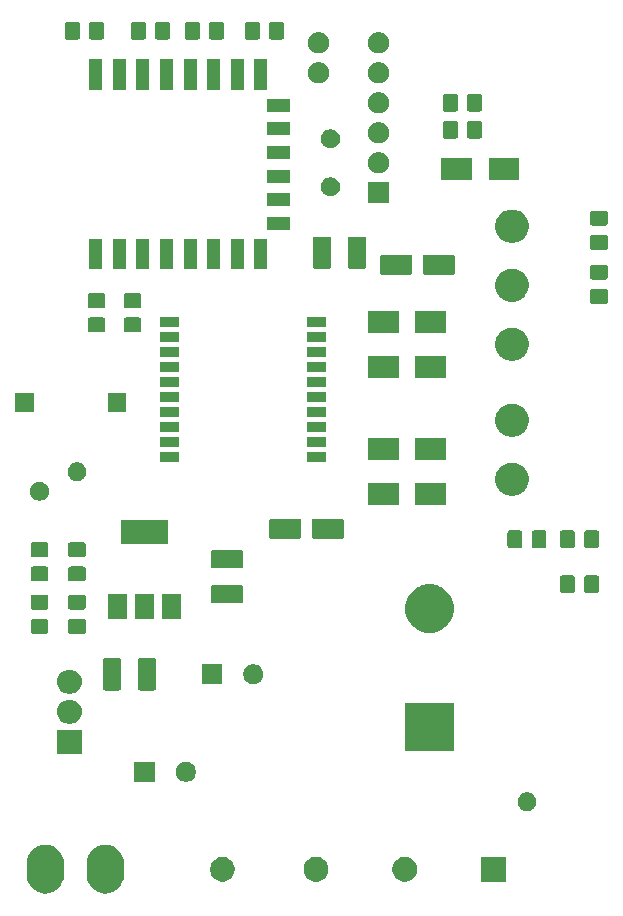
<source format=gbr>
G04 #@! TF.GenerationSoftware,KiCad,Pcbnew,(5.1.5)-3*
G04 #@! TF.CreationDate,2021-02-28T20:58:20+01:00*
G04 #@! TF.ProjectId,ATtimer,41547469-6d65-4722-9e6b-696361645f70,rev?*
G04 #@! TF.SameCoordinates,Original*
G04 #@! TF.FileFunction,Soldermask,Top*
G04 #@! TF.FilePolarity,Negative*
%FSLAX46Y46*%
G04 Gerber Fmt 4.6, Leading zero omitted, Abs format (unit mm)*
G04 Created by KiCad (PCBNEW (5.1.5)-3) date 2021-02-28 20:58:20*
%MOMM*%
%LPD*%
G04 APERTURE LIST*
%ADD10C,0.100000*%
G04 APERTURE END LIST*
D10*
G36*
X40182049Y-129416442D02*
G01*
X40474414Y-129505130D01*
X40474416Y-129505131D01*
X40743858Y-129649150D01*
X40980029Y-129842971D01*
X41173850Y-130079142D01*
X41317869Y-130348584D01*
X41317870Y-130348586D01*
X41406558Y-130640951D01*
X41429000Y-130868810D01*
X41429000Y-132021190D01*
X41406558Y-132249049D01*
X41367931Y-132376384D01*
X41317869Y-132541416D01*
X41173850Y-132810858D01*
X41067395Y-132940574D01*
X40980029Y-133047029D01*
X40779768Y-133211378D01*
X40743856Y-133240850D01*
X40474415Y-133384869D01*
X40474413Y-133384870D01*
X40182048Y-133473558D01*
X39878000Y-133503504D01*
X39573951Y-133473558D01*
X39281586Y-133384870D01*
X39281584Y-133384869D01*
X39012142Y-133240850D01*
X38882426Y-133134395D01*
X38775971Y-133047029D01*
X38582151Y-132810857D01*
X38438130Y-132541413D01*
X38349442Y-132249048D01*
X38327000Y-132021189D01*
X38327000Y-130868810D01*
X38349442Y-130640951D01*
X38438130Y-130348586D01*
X38582151Y-130079142D01*
X38775972Y-129842971D01*
X39012143Y-129649150D01*
X39281585Y-129505131D01*
X39281587Y-129505130D01*
X39573952Y-129416442D01*
X39878000Y-129386496D01*
X40182049Y-129416442D01*
G37*
G36*
X45262049Y-129416442D02*
G01*
X45554414Y-129505130D01*
X45554416Y-129505131D01*
X45823858Y-129649150D01*
X46060029Y-129842971D01*
X46253850Y-130079142D01*
X46397869Y-130348584D01*
X46397870Y-130348586D01*
X46486558Y-130640951D01*
X46509000Y-130868810D01*
X46509000Y-132021190D01*
X46486558Y-132249049D01*
X46447931Y-132376384D01*
X46397869Y-132541416D01*
X46253850Y-132810858D01*
X46147395Y-132940574D01*
X46060029Y-133047029D01*
X45859768Y-133211378D01*
X45823856Y-133240850D01*
X45554415Y-133384869D01*
X45554413Y-133384870D01*
X45262048Y-133473558D01*
X44958000Y-133503504D01*
X44653951Y-133473558D01*
X44361586Y-133384870D01*
X44361584Y-133384869D01*
X44092142Y-133240850D01*
X43962426Y-133134395D01*
X43855971Y-133047029D01*
X43662151Y-132810857D01*
X43518130Y-132541413D01*
X43429442Y-132249048D01*
X43407000Y-132021189D01*
X43407000Y-130868810D01*
X43429442Y-130640951D01*
X43518130Y-130348586D01*
X43662151Y-130079142D01*
X43855972Y-129842971D01*
X44092143Y-129649150D01*
X44361585Y-129505131D01*
X44361587Y-129505130D01*
X44653952Y-129416442D01*
X44958000Y-129386496D01*
X45262049Y-129416442D01*
G37*
G36*
X63094064Y-130434389D02*
G01*
X63285333Y-130513615D01*
X63285335Y-130513616D01*
X63457473Y-130628635D01*
X63603865Y-130775027D01*
X63718885Y-130947167D01*
X63798111Y-131138436D01*
X63838500Y-131341484D01*
X63838500Y-131548516D01*
X63798111Y-131751564D01*
X63718885Y-131942833D01*
X63718884Y-131942835D01*
X63603865Y-132114973D01*
X63457473Y-132261365D01*
X63285335Y-132376384D01*
X63285334Y-132376385D01*
X63285333Y-132376385D01*
X63094064Y-132455611D01*
X62891016Y-132496000D01*
X62683984Y-132496000D01*
X62480936Y-132455611D01*
X62289667Y-132376385D01*
X62289666Y-132376385D01*
X62289665Y-132376384D01*
X62117527Y-132261365D01*
X61971135Y-132114973D01*
X61856116Y-131942835D01*
X61856115Y-131942833D01*
X61776889Y-131751564D01*
X61736500Y-131548516D01*
X61736500Y-131341484D01*
X61776889Y-131138436D01*
X61856115Y-130947167D01*
X61971135Y-130775027D01*
X62117527Y-130628635D01*
X62289665Y-130513616D01*
X62289667Y-130513615D01*
X62480936Y-130434389D01*
X62683984Y-130394000D01*
X62891016Y-130394000D01*
X63094064Y-130434389D01*
G37*
G36*
X55170564Y-130434389D02*
G01*
X55361833Y-130513615D01*
X55361835Y-130513616D01*
X55533973Y-130628635D01*
X55680365Y-130775027D01*
X55795385Y-130947167D01*
X55874611Y-131138436D01*
X55915000Y-131341484D01*
X55915000Y-131548516D01*
X55874611Y-131751564D01*
X55795385Y-131942833D01*
X55795384Y-131942835D01*
X55680365Y-132114973D01*
X55533973Y-132261365D01*
X55361835Y-132376384D01*
X55361834Y-132376385D01*
X55361833Y-132376385D01*
X55170564Y-132455611D01*
X54967516Y-132496000D01*
X54760484Y-132496000D01*
X54557436Y-132455611D01*
X54366167Y-132376385D01*
X54366166Y-132376385D01*
X54366165Y-132376384D01*
X54194027Y-132261365D01*
X54047635Y-132114973D01*
X53932616Y-131942835D01*
X53932615Y-131942833D01*
X53853389Y-131751564D01*
X53813000Y-131548516D01*
X53813000Y-131341484D01*
X53853389Y-131138436D01*
X53932615Y-130947167D01*
X54047635Y-130775027D01*
X54194027Y-130628635D01*
X54366165Y-130513616D01*
X54366167Y-130513615D01*
X54557436Y-130434389D01*
X54760484Y-130394000D01*
X54967516Y-130394000D01*
X55170564Y-130434389D01*
G37*
G36*
X78838500Y-132496000D02*
G01*
X76736500Y-132496000D01*
X76736500Y-130394000D01*
X78838500Y-130394000D01*
X78838500Y-132496000D01*
G37*
G36*
X70601064Y-130434389D02*
G01*
X70792333Y-130513615D01*
X70792335Y-130513616D01*
X70964473Y-130628635D01*
X71110865Y-130775027D01*
X71225885Y-130947167D01*
X71305111Y-131138436D01*
X71345500Y-131341484D01*
X71345500Y-131548516D01*
X71305111Y-131751564D01*
X71225885Y-131942833D01*
X71225884Y-131942835D01*
X71110865Y-132114973D01*
X70964473Y-132261365D01*
X70792335Y-132376384D01*
X70792334Y-132376385D01*
X70792333Y-132376385D01*
X70601064Y-132455611D01*
X70398016Y-132496000D01*
X70190984Y-132496000D01*
X69987936Y-132455611D01*
X69796667Y-132376385D01*
X69796666Y-132376385D01*
X69796665Y-132376384D01*
X69624527Y-132261365D01*
X69478135Y-132114973D01*
X69363116Y-131942835D01*
X69363115Y-131942833D01*
X69283889Y-131751564D01*
X69243500Y-131548516D01*
X69243500Y-131341484D01*
X69283889Y-131138436D01*
X69363115Y-130947167D01*
X69478135Y-130775027D01*
X69624527Y-130628635D01*
X69796665Y-130513616D01*
X69796667Y-130513615D01*
X69987936Y-130434389D01*
X70190984Y-130394000D01*
X70398016Y-130394000D01*
X70601064Y-130434389D01*
G37*
G36*
X80878642Y-124959781D02*
G01*
X81024414Y-125020162D01*
X81024416Y-125020163D01*
X81155608Y-125107822D01*
X81267178Y-125219392D01*
X81354837Y-125350584D01*
X81354838Y-125350586D01*
X81415219Y-125496358D01*
X81446000Y-125651107D01*
X81446000Y-125808893D01*
X81415219Y-125963642D01*
X81354838Y-126109414D01*
X81354837Y-126109416D01*
X81267178Y-126240608D01*
X81155608Y-126352178D01*
X81024416Y-126439837D01*
X81024415Y-126439838D01*
X81024414Y-126439838D01*
X80878642Y-126500219D01*
X80723893Y-126531000D01*
X80566107Y-126531000D01*
X80411358Y-126500219D01*
X80265586Y-126439838D01*
X80265585Y-126439838D01*
X80265584Y-126439837D01*
X80134392Y-126352178D01*
X80022822Y-126240608D01*
X79935163Y-126109416D01*
X79935162Y-126109414D01*
X79874781Y-125963642D01*
X79844000Y-125808893D01*
X79844000Y-125651107D01*
X79874781Y-125496358D01*
X79935162Y-125350586D01*
X79935163Y-125350584D01*
X80022822Y-125219392D01*
X80134392Y-125107822D01*
X80265584Y-125020163D01*
X80265586Y-125020162D01*
X80411358Y-124959781D01*
X80566107Y-124929000D01*
X80723893Y-124929000D01*
X80878642Y-124959781D01*
G37*
G36*
X52008228Y-122371703D02*
G01*
X52163100Y-122435853D01*
X52302481Y-122528985D01*
X52421015Y-122647519D01*
X52514147Y-122786900D01*
X52578297Y-122941772D01*
X52611000Y-123106184D01*
X52611000Y-123273816D01*
X52578297Y-123438228D01*
X52514147Y-123593100D01*
X52421015Y-123732481D01*
X52302481Y-123851015D01*
X52163100Y-123944147D01*
X52008228Y-124008297D01*
X51843816Y-124041000D01*
X51676184Y-124041000D01*
X51511772Y-124008297D01*
X51356900Y-123944147D01*
X51217519Y-123851015D01*
X51098985Y-123732481D01*
X51005853Y-123593100D01*
X50941703Y-123438228D01*
X50909000Y-123273816D01*
X50909000Y-123106184D01*
X50941703Y-122941772D01*
X51005853Y-122786900D01*
X51098985Y-122647519D01*
X51217519Y-122528985D01*
X51356900Y-122435853D01*
X51511772Y-122371703D01*
X51676184Y-122339000D01*
X51843816Y-122339000D01*
X52008228Y-122371703D01*
G37*
G36*
X49111000Y-124041000D02*
G01*
X47409000Y-124041000D01*
X47409000Y-122339000D01*
X49111000Y-122339000D01*
X49111000Y-124041000D01*
G37*
G36*
X42961000Y-121653500D02*
G01*
X40859000Y-121653500D01*
X40859000Y-119646500D01*
X42961000Y-119646500D01*
X42961000Y-121653500D01*
G37*
G36*
X74441000Y-121431000D02*
G01*
X70339000Y-121431000D01*
X70339000Y-117329000D01*
X74441000Y-117329000D01*
X74441000Y-121431000D01*
G37*
G36*
X42055936Y-117111340D02*
G01*
X42154220Y-117121020D01*
X42343381Y-117178401D01*
X42517712Y-117271583D01*
X42670515Y-117396985D01*
X42795917Y-117549788D01*
X42889099Y-117724119D01*
X42946480Y-117913280D01*
X42965855Y-118110000D01*
X42946480Y-118306720D01*
X42889099Y-118495881D01*
X42795917Y-118670212D01*
X42670515Y-118823015D01*
X42517712Y-118948417D01*
X42343381Y-119041599D01*
X42154220Y-119098980D01*
X42055936Y-119108660D01*
X42006795Y-119113500D01*
X41813205Y-119113500D01*
X41764064Y-119108660D01*
X41665780Y-119098980D01*
X41476619Y-119041599D01*
X41302288Y-118948417D01*
X41149485Y-118823015D01*
X41024083Y-118670212D01*
X40930901Y-118495881D01*
X40873520Y-118306720D01*
X40854145Y-118110000D01*
X40873520Y-117913280D01*
X40930901Y-117724119D01*
X41024083Y-117549788D01*
X41149485Y-117396985D01*
X41302288Y-117271583D01*
X41476619Y-117178401D01*
X41665780Y-117121020D01*
X41764064Y-117111340D01*
X41813205Y-117106500D01*
X42006795Y-117106500D01*
X42055936Y-117111340D01*
G37*
G36*
X42055936Y-114571340D02*
G01*
X42154220Y-114581020D01*
X42343381Y-114638401D01*
X42517712Y-114731583D01*
X42670515Y-114856985D01*
X42795917Y-115009788D01*
X42889099Y-115184119D01*
X42946480Y-115373280D01*
X42965855Y-115570000D01*
X42946480Y-115766720D01*
X42889099Y-115955881D01*
X42795917Y-116130212D01*
X42670515Y-116283015D01*
X42517712Y-116408417D01*
X42343381Y-116501599D01*
X42154220Y-116558980D01*
X42055936Y-116568660D01*
X42006795Y-116573500D01*
X41813205Y-116573500D01*
X41764064Y-116568660D01*
X41665780Y-116558980D01*
X41476619Y-116501599D01*
X41302288Y-116408417D01*
X41149485Y-116283015D01*
X41024083Y-116130212D01*
X40930901Y-115955881D01*
X40873520Y-115766720D01*
X40854145Y-115570000D01*
X40873520Y-115373280D01*
X40930901Y-115184119D01*
X41024083Y-115009788D01*
X41149485Y-114856985D01*
X41302288Y-114731583D01*
X41476619Y-114638401D01*
X41665780Y-114581020D01*
X41764064Y-114571340D01*
X41813205Y-114566500D01*
X42006795Y-114566500D01*
X42055936Y-114571340D01*
G37*
G36*
X49090562Y-113563181D02*
G01*
X49125481Y-113573774D01*
X49157663Y-113590976D01*
X49185873Y-113614127D01*
X49209024Y-113642337D01*
X49226226Y-113674519D01*
X49236819Y-113709438D01*
X49241000Y-113751895D01*
X49241000Y-116118105D01*
X49236819Y-116160562D01*
X49226226Y-116195481D01*
X49209024Y-116227663D01*
X49185873Y-116255873D01*
X49157663Y-116279024D01*
X49125481Y-116296226D01*
X49090562Y-116306819D01*
X49048105Y-116311000D01*
X47906895Y-116311000D01*
X47864438Y-116306819D01*
X47829519Y-116296226D01*
X47797337Y-116279024D01*
X47769127Y-116255873D01*
X47745976Y-116227663D01*
X47728774Y-116195481D01*
X47718181Y-116160562D01*
X47714000Y-116118105D01*
X47714000Y-113751895D01*
X47718181Y-113709438D01*
X47728774Y-113674519D01*
X47745976Y-113642337D01*
X47769127Y-113614127D01*
X47797337Y-113590976D01*
X47829519Y-113573774D01*
X47864438Y-113563181D01*
X47906895Y-113559000D01*
X49048105Y-113559000D01*
X49090562Y-113563181D01*
G37*
G36*
X46115562Y-113563181D02*
G01*
X46150481Y-113573774D01*
X46182663Y-113590976D01*
X46210873Y-113614127D01*
X46234024Y-113642337D01*
X46251226Y-113674519D01*
X46261819Y-113709438D01*
X46266000Y-113751895D01*
X46266000Y-116118105D01*
X46261819Y-116160562D01*
X46251226Y-116195481D01*
X46234024Y-116227663D01*
X46210873Y-116255873D01*
X46182663Y-116279024D01*
X46150481Y-116296226D01*
X46115562Y-116306819D01*
X46073105Y-116311000D01*
X44931895Y-116311000D01*
X44889438Y-116306819D01*
X44854519Y-116296226D01*
X44822337Y-116279024D01*
X44794127Y-116255873D01*
X44770976Y-116227663D01*
X44753774Y-116195481D01*
X44743181Y-116160562D01*
X44739000Y-116118105D01*
X44739000Y-113751895D01*
X44743181Y-113709438D01*
X44753774Y-113674519D01*
X44770976Y-113642337D01*
X44794127Y-113614127D01*
X44822337Y-113590976D01*
X44854519Y-113573774D01*
X44889438Y-113563181D01*
X44931895Y-113559000D01*
X46073105Y-113559000D01*
X46115562Y-113563181D01*
G37*
G36*
X57723228Y-114116703D02*
G01*
X57878100Y-114180853D01*
X58017481Y-114273985D01*
X58136015Y-114392519D01*
X58229147Y-114531900D01*
X58293297Y-114686772D01*
X58326000Y-114851184D01*
X58326000Y-115018816D01*
X58293297Y-115183228D01*
X58229147Y-115338100D01*
X58136015Y-115477481D01*
X58017481Y-115596015D01*
X57878100Y-115689147D01*
X57723228Y-115753297D01*
X57558816Y-115786000D01*
X57391184Y-115786000D01*
X57226772Y-115753297D01*
X57071900Y-115689147D01*
X56932519Y-115596015D01*
X56813985Y-115477481D01*
X56720853Y-115338100D01*
X56656703Y-115183228D01*
X56624000Y-115018816D01*
X56624000Y-114851184D01*
X56656703Y-114686772D01*
X56720853Y-114531900D01*
X56813985Y-114392519D01*
X56932519Y-114273985D01*
X57071900Y-114180853D01*
X57226772Y-114116703D01*
X57391184Y-114084000D01*
X57558816Y-114084000D01*
X57723228Y-114116703D01*
G37*
G36*
X54826000Y-115786000D02*
G01*
X53124000Y-115786000D01*
X53124000Y-114084000D01*
X54826000Y-114084000D01*
X54826000Y-115786000D01*
G37*
G36*
X43133674Y-110258465D02*
G01*
X43171367Y-110269899D01*
X43206103Y-110288466D01*
X43236548Y-110313452D01*
X43261534Y-110343897D01*
X43280101Y-110378633D01*
X43291535Y-110416326D01*
X43296000Y-110461661D01*
X43296000Y-111298339D01*
X43291535Y-111343674D01*
X43280101Y-111381367D01*
X43261534Y-111416103D01*
X43236548Y-111446548D01*
X43206103Y-111471534D01*
X43171367Y-111490101D01*
X43133674Y-111501535D01*
X43088339Y-111506000D01*
X42001661Y-111506000D01*
X41956326Y-111501535D01*
X41918633Y-111490101D01*
X41883897Y-111471534D01*
X41853452Y-111446548D01*
X41828466Y-111416103D01*
X41809899Y-111381367D01*
X41798465Y-111343674D01*
X41794000Y-111298339D01*
X41794000Y-110461661D01*
X41798465Y-110416326D01*
X41809899Y-110378633D01*
X41828466Y-110343897D01*
X41853452Y-110313452D01*
X41883897Y-110288466D01*
X41918633Y-110269899D01*
X41956326Y-110258465D01*
X42001661Y-110254000D01*
X43088339Y-110254000D01*
X43133674Y-110258465D01*
G37*
G36*
X39958674Y-110258465D02*
G01*
X39996367Y-110269899D01*
X40031103Y-110288466D01*
X40061548Y-110313452D01*
X40086534Y-110343897D01*
X40105101Y-110378633D01*
X40116535Y-110416326D01*
X40121000Y-110461661D01*
X40121000Y-111298339D01*
X40116535Y-111343674D01*
X40105101Y-111381367D01*
X40086534Y-111416103D01*
X40061548Y-111446548D01*
X40031103Y-111471534D01*
X39996367Y-111490101D01*
X39958674Y-111501535D01*
X39913339Y-111506000D01*
X38826661Y-111506000D01*
X38781326Y-111501535D01*
X38743633Y-111490101D01*
X38708897Y-111471534D01*
X38678452Y-111446548D01*
X38653466Y-111416103D01*
X38634899Y-111381367D01*
X38623465Y-111343674D01*
X38619000Y-111298339D01*
X38619000Y-110461661D01*
X38623465Y-110416326D01*
X38634899Y-110378633D01*
X38653466Y-110343897D01*
X38678452Y-110313452D01*
X38708897Y-110288466D01*
X38743633Y-110269899D01*
X38781326Y-110258465D01*
X38826661Y-110254000D01*
X39913339Y-110254000D01*
X39958674Y-110258465D01*
G37*
G36*
X72988254Y-107407818D02*
G01*
X73257924Y-107519519D01*
X73361513Y-107562427D01*
X73697436Y-107786884D01*
X73983116Y-108072564D01*
X74110664Y-108263452D01*
X74207574Y-108408489D01*
X74362182Y-108781746D01*
X74441000Y-109177993D01*
X74441000Y-109582007D01*
X74362182Y-109978254D01*
X74214944Y-110333718D01*
X74207573Y-110351513D01*
X73983116Y-110687436D01*
X73697436Y-110973116D01*
X73361513Y-111197573D01*
X73361512Y-111197574D01*
X73361511Y-111197574D01*
X72988254Y-111352182D01*
X72592007Y-111431000D01*
X72187993Y-111431000D01*
X71791746Y-111352182D01*
X71418489Y-111197574D01*
X71418488Y-111197574D01*
X71418487Y-111197573D01*
X71082564Y-110973116D01*
X70796884Y-110687436D01*
X70572427Y-110351513D01*
X70565056Y-110333718D01*
X70417818Y-109978254D01*
X70339000Y-109582007D01*
X70339000Y-109177993D01*
X70417818Y-108781746D01*
X70572426Y-108408489D01*
X70669337Y-108263452D01*
X70796884Y-108072564D01*
X71082564Y-107786884D01*
X71418487Y-107562427D01*
X71522076Y-107519519D01*
X71791746Y-107407818D01*
X72187993Y-107329000D01*
X72592007Y-107329000D01*
X72988254Y-107407818D01*
G37*
G36*
X46761000Y-110246000D02*
G01*
X45159000Y-110246000D01*
X45159000Y-108144000D01*
X46761000Y-108144000D01*
X46761000Y-110246000D01*
G37*
G36*
X51361000Y-110246000D02*
G01*
X49759000Y-110246000D01*
X49759000Y-108144000D01*
X51361000Y-108144000D01*
X51361000Y-110246000D01*
G37*
G36*
X49061000Y-110246000D02*
G01*
X47459000Y-110246000D01*
X47459000Y-108144000D01*
X49061000Y-108144000D01*
X49061000Y-110246000D01*
G37*
G36*
X43133674Y-108208465D02*
G01*
X43171367Y-108219899D01*
X43206103Y-108238466D01*
X43236548Y-108263452D01*
X43261534Y-108293897D01*
X43280101Y-108328633D01*
X43291535Y-108366326D01*
X43296000Y-108411661D01*
X43296000Y-109248339D01*
X43291535Y-109293674D01*
X43280101Y-109331367D01*
X43261534Y-109366103D01*
X43236548Y-109396548D01*
X43206103Y-109421534D01*
X43171367Y-109440101D01*
X43133674Y-109451535D01*
X43088339Y-109456000D01*
X42001661Y-109456000D01*
X41956326Y-109451535D01*
X41918633Y-109440101D01*
X41883897Y-109421534D01*
X41853452Y-109396548D01*
X41828466Y-109366103D01*
X41809899Y-109331367D01*
X41798465Y-109293674D01*
X41794000Y-109248339D01*
X41794000Y-108411661D01*
X41798465Y-108366326D01*
X41809899Y-108328633D01*
X41828466Y-108293897D01*
X41853452Y-108263452D01*
X41883897Y-108238466D01*
X41918633Y-108219899D01*
X41956326Y-108208465D01*
X42001661Y-108204000D01*
X43088339Y-108204000D01*
X43133674Y-108208465D01*
G37*
G36*
X39958674Y-108208465D02*
G01*
X39996367Y-108219899D01*
X40031103Y-108238466D01*
X40061548Y-108263452D01*
X40086534Y-108293897D01*
X40105101Y-108328633D01*
X40116535Y-108366326D01*
X40121000Y-108411661D01*
X40121000Y-109248339D01*
X40116535Y-109293674D01*
X40105101Y-109331367D01*
X40086534Y-109366103D01*
X40061548Y-109396548D01*
X40031103Y-109421534D01*
X39996367Y-109440101D01*
X39958674Y-109451535D01*
X39913339Y-109456000D01*
X38826661Y-109456000D01*
X38781326Y-109451535D01*
X38743633Y-109440101D01*
X38708897Y-109421534D01*
X38678452Y-109396548D01*
X38653466Y-109366103D01*
X38634899Y-109331367D01*
X38623465Y-109293674D01*
X38619000Y-109248339D01*
X38619000Y-108411661D01*
X38623465Y-108366326D01*
X38634899Y-108328633D01*
X38653466Y-108293897D01*
X38678452Y-108263452D01*
X38708897Y-108238466D01*
X38743633Y-108219899D01*
X38781326Y-108208465D01*
X38826661Y-108204000D01*
X39913339Y-108204000D01*
X39958674Y-108208465D01*
G37*
G36*
X56470562Y-107408181D02*
G01*
X56505481Y-107418774D01*
X56537663Y-107435976D01*
X56565873Y-107459127D01*
X56589024Y-107487337D01*
X56606226Y-107519519D01*
X56616819Y-107554438D01*
X56621000Y-107596895D01*
X56621000Y-108738105D01*
X56616819Y-108780562D01*
X56606226Y-108815481D01*
X56589024Y-108847663D01*
X56565873Y-108875873D01*
X56537663Y-108899024D01*
X56505481Y-108916226D01*
X56470562Y-108926819D01*
X56428105Y-108931000D01*
X54061895Y-108931000D01*
X54019438Y-108926819D01*
X53984519Y-108916226D01*
X53952337Y-108899024D01*
X53924127Y-108875873D01*
X53900976Y-108847663D01*
X53883774Y-108815481D01*
X53873181Y-108780562D01*
X53869000Y-108738105D01*
X53869000Y-107596895D01*
X53873181Y-107554438D01*
X53883774Y-107519519D01*
X53900976Y-107487337D01*
X53924127Y-107459127D01*
X53952337Y-107435976D01*
X53984519Y-107418774D01*
X54019438Y-107408181D01*
X54061895Y-107404000D01*
X56428105Y-107404000D01*
X56470562Y-107408181D01*
G37*
G36*
X84528674Y-106568465D02*
G01*
X84566367Y-106579899D01*
X84601103Y-106598466D01*
X84631548Y-106623452D01*
X84656534Y-106653897D01*
X84675101Y-106688633D01*
X84686535Y-106726326D01*
X84691000Y-106771661D01*
X84691000Y-107858339D01*
X84686535Y-107903674D01*
X84675101Y-107941367D01*
X84656534Y-107976103D01*
X84631548Y-108006548D01*
X84601103Y-108031534D01*
X84566367Y-108050101D01*
X84528674Y-108061535D01*
X84483339Y-108066000D01*
X83646661Y-108066000D01*
X83601326Y-108061535D01*
X83563633Y-108050101D01*
X83528897Y-108031534D01*
X83498452Y-108006548D01*
X83473466Y-107976103D01*
X83454899Y-107941367D01*
X83443465Y-107903674D01*
X83439000Y-107858339D01*
X83439000Y-106771661D01*
X83443465Y-106726326D01*
X83454899Y-106688633D01*
X83473466Y-106653897D01*
X83498452Y-106623452D01*
X83528897Y-106598466D01*
X83563633Y-106579899D01*
X83601326Y-106568465D01*
X83646661Y-106564000D01*
X84483339Y-106564000D01*
X84528674Y-106568465D01*
G37*
G36*
X86578674Y-106568465D02*
G01*
X86616367Y-106579899D01*
X86651103Y-106598466D01*
X86681548Y-106623452D01*
X86706534Y-106653897D01*
X86725101Y-106688633D01*
X86736535Y-106726326D01*
X86741000Y-106771661D01*
X86741000Y-107858339D01*
X86736535Y-107903674D01*
X86725101Y-107941367D01*
X86706534Y-107976103D01*
X86681548Y-108006548D01*
X86651103Y-108031534D01*
X86616367Y-108050101D01*
X86578674Y-108061535D01*
X86533339Y-108066000D01*
X85696661Y-108066000D01*
X85651326Y-108061535D01*
X85613633Y-108050101D01*
X85578897Y-108031534D01*
X85548452Y-108006548D01*
X85523466Y-107976103D01*
X85504899Y-107941367D01*
X85493465Y-107903674D01*
X85489000Y-107858339D01*
X85489000Y-106771661D01*
X85493465Y-106726326D01*
X85504899Y-106688633D01*
X85523466Y-106653897D01*
X85548452Y-106623452D01*
X85578897Y-106598466D01*
X85613633Y-106579899D01*
X85651326Y-106568465D01*
X85696661Y-106564000D01*
X86533339Y-106564000D01*
X86578674Y-106568465D01*
G37*
G36*
X43133674Y-105813465D02*
G01*
X43171367Y-105824899D01*
X43206103Y-105843466D01*
X43236548Y-105868452D01*
X43261534Y-105898897D01*
X43280101Y-105933633D01*
X43291535Y-105971326D01*
X43296000Y-106016661D01*
X43296000Y-106853339D01*
X43291535Y-106898674D01*
X43280101Y-106936367D01*
X43261534Y-106971103D01*
X43236548Y-107001548D01*
X43206103Y-107026534D01*
X43171367Y-107045101D01*
X43133674Y-107056535D01*
X43088339Y-107061000D01*
X42001661Y-107061000D01*
X41956326Y-107056535D01*
X41918633Y-107045101D01*
X41883897Y-107026534D01*
X41853452Y-107001548D01*
X41828466Y-106971103D01*
X41809899Y-106936367D01*
X41798465Y-106898674D01*
X41794000Y-106853339D01*
X41794000Y-106016661D01*
X41798465Y-105971326D01*
X41809899Y-105933633D01*
X41828466Y-105898897D01*
X41853452Y-105868452D01*
X41883897Y-105843466D01*
X41918633Y-105824899D01*
X41956326Y-105813465D01*
X42001661Y-105809000D01*
X43088339Y-105809000D01*
X43133674Y-105813465D01*
G37*
G36*
X39958674Y-105813465D02*
G01*
X39996367Y-105824899D01*
X40031103Y-105843466D01*
X40061548Y-105868452D01*
X40086534Y-105898897D01*
X40105101Y-105933633D01*
X40116535Y-105971326D01*
X40121000Y-106016661D01*
X40121000Y-106853339D01*
X40116535Y-106898674D01*
X40105101Y-106936367D01*
X40086534Y-106971103D01*
X40061548Y-107001548D01*
X40031103Y-107026534D01*
X39996367Y-107045101D01*
X39958674Y-107056535D01*
X39913339Y-107061000D01*
X38826661Y-107061000D01*
X38781326Y-107056535D01*
X38743633Y-107045101D01*
X38708897Y-107026534D01*
X38678452Y-107001548D01*
X38653466Y-106971103D01*
X38634899Y-106936367D01*
X38623465Y-106898674D01*
X38619000Y-106853339D01*
X38619000Y-106016661D01*
X38623465Y-105971326D01*
X38634899Y-105933633D01*
X38653466Y-105898897D01*
X38678452Y-105868452D01*
X38708897Y-105843466D01*
X38743633Y-105824899D01*
X38781326Y-105813465D01*
X38826661Y-105809000D01*
X39913339Y-105809000D01*
X39958674Y-105813465D01*
G37*
G36*
X56470562Y-104433181D02*
G01*
X56505481Y-104443774D01*
X56537663Y-104460976D01*
X56565873Y-104484127D01*
X56589024Y-104512337D01*
X56606226Y-104544519D01*
X56616819Y-104579438D01*
X56621000Y-104621895D01*
X56621000Y-105763105D01*
X56616819Y-105805562D01*
X56606226Y-105840481D01*
X56589024Y-105872663D01*
X56565873Y-105900873D01*
X56537663Y-105924024D01*
X56505481Y-105941226D01*
X56470562Y-105951819D01*
X56428105Y-105956000D01*
X54061895Y-105956000D01*
X54019438Y-105951819D01*
X53984519Y-105941226D01*
X53952337Y-105924024D01*
X53924127Y-105900873D01*
X53900976Y-105872663D01*
X53883774Y-105840481D01*
X53873181Y-105805562D01*
X53869000Y-105763105D01*
X53869000Y-104621895D01*
X53873181Y-104579438D01*
X53883774Y-104544519D01*
X53900976Y-104512337D01*
X53924127Y-104484127D01*
X53952337Y-104460976D01*
X53984519Y-104443774D01*
X54019438Y-104433181D01*
X54061895Y-104429000D01*
X56428105Y-104429000D01*
X56470562Y-104433181D01*
G37*
G36*
X43133674Y-103763465D02*
G01*
X43171367Y-103774899D01*
X43206103Y-103793466D01*
X43236548Y-103818452D01*
X43261534Y-103848897D01*
X43280101Y-103883633D01*
X43291535Y-103921326D01*
X43296000Y-103966661D01*
X43296000Y-104803339D01*
X43291535Y-104848674D01*
X43280101Y-104886367D01*
X43261534Y-104921103D01*
X43236548Y-104951548D01*
X43206103Y-104976534D01*
X43171367Y-104995101D01*
X43133674Y-105006535D01*
X43088339Y-105011000D01*
X42001661Y-105011000D01*
X41956326Y-105006535D01*
X41918633Y-104995101D01*
X41883897Y-104976534D01*
X41853452Y-104951548D01*
X41828466Y-104921103D01*
X41809899Y-104886367D01*
X41798465Y-104848674D01*
X41794000Y-104803339D01*
X41794000Y-103966661D01*
X41798465Y-103921326D01*
X41809899Y-103883633D01*
X41828466Y-103848897D01*
X41853452Y-103818452D01*
X41883897Y-103793466D01*
X41918633Y-103774899D01*
X41956326Y-103763465D01*
X42001661Y-103759000D01*
X43088339Y-103759000D01*
X43133674Y-103763465D01*
G37*
G36*
X39958674Y-103763465D02*
G01*
X39996367Y-103774899D01*
X40031103Y-103793466D01*
X40061548Y-103818452D01*
X40086534Y-103848897D01*
X40105101Y-103883633D01*
X40116535Y-103921326D01*
X40121000Y-103966661D01*
X40121000Y-104803339D01*
X40116535Y-104848674D01*
X40105101Y-104886367D01*
X40086534Y-104921103D01*
X40061548Y-104951548D01*
X40031103Y-104976534D01*
X39996367Y-104995101D01*
X39958674Y-105006535D01*
X39913339Y-105011000D01*
X38826661Y-105011000D01*
X38781326Y-105006535D01*
X38743633Y-104995101D01*
X38708897Y-104976534D01*
X38678452Y-104951548D01*
X38653466Y-104921103D01*
X38634899Y-104886367D01*
X38623465Y-104848674D01*
X38619000Y-104803339D01*
X38619000Y-103966661D01*
X38623465Y-103921326D01*
X38634899Y-103883633D01*
X38653466Y-103848897D01*
X38678452Y-103818452D01*
X38708897Y-103793466D01*
X38743633Y-103774899D01*
X38781326Y-103763465D01*
X38826661Y-103759000D01*
X39913339Y-103759000D01*
X39958674Y-103763465D01*
G37*
G36*
X86578674Y-102758465D02*
G01*
X86616367Y-102769899D01*
X86651103Y-102788466D01*
X86681548Y-102813452D01*
X86706534Y-102843897D01*
X86725101Y-102878633D01*
X86736535Y-102916326D01*
X86741000Y-102961661D01*
X86741000Y-104048339D01*
X86736535Y-104093674D01*
X86725101Y-104131367D01*
X86706534Y-104166103D01*
X86681548Y-104196548D01*
X86651103Y-104221534D01*
X86616367Y-104240101D01*
X86578674Y-104251535D01*
X86533339Y-104256000D01*
X85696661Y-104256000D01*
X85651326Y-104251535D01*
X85613633Y-104240101D01*
X85578897Y-104221534D01*
X85548452Y-104196548D01*
X85523466Y-104166103D01*
X85504899Y-104131367D01*
X85493465Y-104093674D01*
X85489000Y-104048339D01*
X85489000Y-102961661D01*
X85493465Y-102916326D01*
X85504899Y-102878633D01*
X85523466Y-102843897D01*
X85548452Y-102813452D01*
X85578897Y-102788466D01*
X85613633Y-102769899D01*
X85651326Y-102758465D01*
X85696661Y-102754000D01*
X86533339Y-102754000D01*
X86578674Y-102758465D01*
G37*
G36*
X84528674Y-102758465D02*
G01*
X84566367Y-102769899D01*
X84601103Y-102788466D01*
X84631548Y-102813452D01*
X84656534Y-102843897D01*
X84675101Y-102878633D01*
X84686535Y-102916326D01*
X84691000Y-102961661D01*
X84691000Y-104048339D01*
X84686535Y-104093674D01*
X84675101Y-104131367D01*
X84656534Y-104166103D01*
X84631548Y-104196548D01*
X84601103Y-104221534D01*
X84566367Y-104240101D01*
X84528674Y-104251535D01*
X84483339Y-104256000D01*
X83646661Y-104256000D01*
X83601326Y-104251535D01*
X83563633Y-104240101D01*
X83528897Y-104221534D01*
X83498452Y-104196548D01*
X83473466Y-104166103D01*
X83454899Y-104131367D01*
X83443465Y-104093674D01*
X83439000Y-104048339D01*
X83439000Y-102961661D01*
X83443465Y-102916326D01*
X83454899Y-102878633D01*
X83473466Y-102843897D01*
X83498452Y-102813452D01*
X83528897Y-102788466D01*
X83563633Y-102769899D01*
X83601326Y-102758465D01*
X83646661Y-102754000D01*
X84483339Y-102754000D01*
X84528674Y-102758465D01*
G37*
G36*
X80083674Y-102758465D02*
G01*
X80121367Y-102769899D01*
X80156103Y-102788466D01*
X80186548Y-102813452D01*
X80211534Y-102843897D01*
X80230101Y-102878633D01*
X80241535Y-102916326D01*
X80246000Y-102961661D01*
X80246000Y-104048339D01*
X80241535Y-104093674D01*
X80230101Y-104131367D01*
X80211534Y-104166103D01*
X80186548Y-104196548D01*
X80156103Y-104221534D01*
X80121367Y-104240101D01*
X80083674Y-104251535D01*
X80038339Y-104256000D01*
X79201661Y-104256000D01*
X79156326Y-104251535D01*
X79118633Y-104240101D01*
X79083897Y-104221534D01*
X79053452Y-104196548D01*
X79028466Y-104166103D01*
X79009899Y-104131367D01*
X78998465Y-104093674D01*
X78994000Y-104048339D01*
X78994000Y-102961661D01*
X78998465Y-102916326D01*
X79009899Y-102878633D01*
X79028466Y-102843897D01*
X79053452Y-102813452D01*
X79083897Y-102788466D01*
X79118633Y-102769899D01*
X79156326Y-102758465D01*
X79201661Y-102754000D01*
X80038339Y-102754000D01*
X80083674Y-102758465D01*
G37*
G36*
X82133674Y-102758465D02*
G01*
X82171367Y-102769899D01*
X82206103Y-102788466D01*
X82236548Y-102813452D01*
X82261534Y-102843897D01*
X82280101Y-102878633D01*
X82291535Y-102916326D01*
X82296000Y-102961661D01*
X82296000Y-104048339D01*
X82291535Y-104093674D01*
X82280101Y-104131367D01*
X82261534Y-104166103D01*
X82236548Y-104196548D01*
X82206103Y-104221534D01*
X82171367Y-104240101D01*
X82133674Y-104251535D01*
X82088339Y-104256000D01*
X81251661Y-104256000D01*
X81206326Y-104251535D01*
X81168633Y-104240101D01*
X81133897Y-104221534D01*
X81103452Y-104196548D01*
X81078466Y-104166103D01*
X81059899Y-104131367D01*
X81048465Y-104093674D01*
X81044000Y-104048339D01*
X81044000Y-102961661D01*
X81048465Y-102916326D01*
X81059899Y-102878633D01*
X81078466Y-102843897D01*
X81103452Y-102813452D01*
X81133897Y-102788466D01*
X81168633Y-102769899D01*
X81206326Y-102758465D01*
X81251661Y-102754000D01*
X82088339Y-102754000D01*
X82133674Y-102758465D01*
G37*
G36*
X50211000Y-103946000D02*
G01*
X46309000Y-103946000D01*
X46309000Y-101844000D01*
X50211000Y-101844000D01*
X50211000Y-103946000D01*
G37*
G36*
X61381997Y-101769051D02*
G01*
X61415652Y-101779261D01*
X61446665Y-101795838D01*
X61473851Y-101818149D01*
X61496162Y-101845335D01*
X61512739Y-101876348D01*
X61522949Y-101910003D01*
X61527000Y-101951138D01*
X61527000Y-103280862D01*
X61522949Y-103321997D01*
X61512739Y-103355652D01*
X61496162Y-103386665D01*
X61473851Y-103413851D01*
X61446665Y-103436162D01*
X61415652Y-103452739D01*
X61381997Y-103462949D01*
X61340862Y-103467000D01*
X59011138Y-103467000D01*
X58970003Y-103462949D01*
X58936348Y-103452739D01*
X58905335Y-103436162D01*
X58878149Y-103413851D01*
X58855838Y-103386665D01*
X58839261Y-103355652D01*
X58829051Y-103321997D01*
X58825000Y-103280862D01*
X58825000Y-101951138D01*
X58829051Y-101910003D01*
X58839261Y-101876348D01*
X58855838Y-101845335D01*
X58878149Y-101818149D01*
X58905335Y-101795838D01*
X58936348Y-101779261D01*
X58970003Y-101769051D01*
X59011138Y-101765000D01*
X61340862Y-101765000D01*
X61381997Y-101769051D01*
G37*
G36*
X64981997Y-101769051D02*
G01*
X65015652Y-101779261D01*
X65046665Y-101795838D01*
X65073851Y-101818149D01*
X65096162Y-101845335D01*
X65112739Y-101876348D01*
X65122949Y-101910003D01*
X65127000Y-101951138D01*
X65127000Y-103280862D01*
X65122949Y-103321997D01*
X65112739Y-103355652D01*
X65096162Y-103386665D01*
X65073851Y-103413851D01*
X65046665Y-103436162D01*
X65015652Y-103452739D01*
X64981997Y-103462949D01*
X64940862Y-103467000D01*
X62611138Y-103467000D01*
X62570003Y-103462949D01*
X62536348Y-103452739D01*
X62505335Y-103436162D01*
X62478149Y-103413851D01*
X62455838Y-103386665D01*
X62439261Y-103355652D01*
X62429051Y-103321997D01*
X62425000Y-103280862D01*
X62425000Y-101951138D01*
X62429051Y-101910003D01*
X62439261Y-101876348D01*
X62455838Y-101845335D01*
X62478149Y-101818149D01*
X62505335Y-101795838D01*
X62536348Y-101779261D01*
X62570003Y-101769051D01*
X62611138Y-101765000D01*
X64940862Y-101765000D01*
X64981997Y-101769051D01*
G37*
G36*
X69786000Y-100646000D02*
G01*
X67184000Y-100646000D01*
X67184000Y-98744000D01*
X69786000Y-98744000D01*
X69786000Y-100646000D01*
G37*
G36*
X73786000Y-100646000D02*
G01*
X71184000Y-100646000D01*
X71184000Y-98744000D01*
X73786000Y-98744000D01*
X73786000Y-100646000D01*
G37*
G36*
X39603642Y-98670781D02*
G01*
X39749414Y-98731162D01*
X39749416Y-98731163D01*
X39880608Y-98818822D01*
X39992178Y-98930392D01*
X40079837Y-99061584D01*
X40079838Y-99061586D01*
X40140219Y-99207358D01*
X40171000Y-99362107D01*
X40171000Y-99519893D01*
X40140219Y-99674642D01*
X40099825Y-99772161D01*
X40079837Y-99820416D01*
X39992178Y-99951608D01*
X39880608Y-100063178D01*
X39749416Y-100150837D01*
X39749415Y-100150838D01*
X39749414Y-100150838D01*
X39603642Y-100211219D01*
X39448893Y-100242000D01*
X39291107Y-100242000D01*
X39136358Y-100211219D01*
X38990586Y-100150838D01*
X38990585Y-100150838D01*
X38990584Y-100150837D01*
X38859392Y-100063178D01*
X38747822Y-99951608D01*
X38660163Y-99820416D01*
X38640175Y-99772161D01*
X38599781Y-99674642D01*
X38569000Y-99519893D01*
X38569000Y-99362107D01*
X38599781Y-99207358D01*
X38660162Y-99061586D01*
X38660163Y-99061584D01*
X38747822Y-98930392D01*
X38859392Y-98818822D01*
X38990584Y-98731163D01*
X38990586Y-98731162D01*
X39136358Y-98670781D01*
X39291107Y-98640000D01*
X39448893Y-98640000D01*
X39603642Y-98670781D01*
G37*
G36*
X79693433Y-97059893D02*
G01*
X79783657Y-97077839D01*
X79889267Y-97121585D01*
X80038621Y-97183449D01*
X80038622Y-97183450D01*
X80268086Y-97336772D01*
X80463228Y-97531914D01*
X80565675Y-97685237D01*
X80616551Y-97761379D01*
X80722161Y-98016344D01*
X80776000Y-98287012D01*
X80776000Y-98562988D01*
X80722161Y-98833656D01*
X80616551Y-99088621D01*
X80616550Y-99088622D01*
X80463228Y-99318086D01*
X80268086Y-99513228D01*
X80114763Y-99615675D01*
X80038621Y-99666551D01*
X79889267Y-99728415D01*
X79783657Y-99772161D01*
X79693433Y-99790107D01*
X79512988Y-99826000D01*
X79237012Y-99826000D01*
X79056567Y-99790107D01*
X78966343Y-99772161D01*
X78860733Y-99728415D01*
X78711379Y-99666551D01*
X78635237Y-99615675D01*
X78481914Y-99513228D01*
X78286772Y-99318086D01*
X78133450Y-99088622D01*
X78133449Y-99088621D01*
X78027839Y-98833656D01*
X77974000Y-98562988D01*
X77974000Y-98287012D01*
X78027839Y-98016344D01*
X78133449Y-97761379D01*
X78184325Y-97685237D01*
X78286772Y-97531914D01*
X78481914Y-97336772D01*
X78711378Y-97183450D01*
X78711379Y-97183449D01*
X78860733Y-97121585D01*
X78966343Y-97077839D01*
X79056567Y-97059893D01*
X79237012Y-97024000D01*
X79512988Y-97024000D01*
X79693433Y-97059893D01*
G37*
G36*
X42778642Y-97019781D02*
G01*
X42924414Y-97080162D01*
X42924416Y-97080163D01*
X43055608Y-97167822D01*
X43167178Y-97279392D01*
X43254837Y-97410584D01*
X43254838Y-97410586D01*
X43315219Y-97556358D01*
X43346000Y-97711107D01*
X43346000Y-97868893D01*
X43315219Y-98023642D01*
X43254838Y-98169414D01*
X43254837Y-98169416D01*
X43167178Y-98300608D01*
X43055608Y-98412178D01*
X42924416Y-98499837D01*
X42924415Y-98499838D01*
X42924414Y-98499838D01*
X42778642Y-98560219D01*
X42623893Y-98591000D01*
X42466107Y-98591000D01*
X42311358Y-98560219D01*
X42165586Y-98499838D01*
X42165585Y-98499838D01*
X42165584Y-98499837D01*
X42034392Y-98412178D01*
X41922822Y-98300608D01*
X41835163Y-98169416D01*
X41835162Y-98169414D01*
X41774781Y-98023642D01*
X41744000Y-97868893D01*
X41744000Y-97711107D01*
X41774781Y-97556358D01*
X41835162Y-97410586D01*
X41835163Y-97410584D01*
X41922822Y-97279392D01*
X42034392Y-97167822D01*
X42165584Y-97080163D01*
X42165586Y-97080162D01*
X42311358Y-97019781D01*
X42466107Y-96989000D01*
X42623893Y-96989000D01*
X42778642Y-97019781D01*
G37*
G36*
X63602500Y-96921000D02*
G01*
X62000500Y-96921000D01*
X62000500Y-96119000D01*
X63602500Y-96119000D01*
X63602500Y-96921000D01*
G37*
G36*
X51156500Y-96921000D02*
G01*
X49554500Y-96921000D01*
X49554500Y-96119000D01*
X51156500Y-96119000D01*
X51156500Y-96921000D01*
G37*
G36*
X73786000Y-96836000D02*
G01*
X71184000Y-96836000D01*
X71184000Y-94934000D01*
X73786000Y-94934000D01*
X73786000Y-96836000D01*
G37*
G36*
X69786000Y-96836000D02*
G01*
X67184000Y-96836000D01*
X67184000Y-94934000D01*
X69786000Y-94934000D01*
X69786000Y-96836000D01*
G37*
G36*
X51156500Y-95651000D02*
G01*
X49554500Y-95651000D01*
X49554500Y-94849000D01*
X51156500Y-94849000D01*
X51156500Y-95651000D01*
G37*
G36*
X63602500Y-95651000D02*
G01*
X62000500Y-95651000D01*
X62000500Y-94849000D01*
X63602500Y-94849000D01*
X63602500Y-95651000D01*
G37*
G36*
X79693433Y-92059893D02*
G01*
X79783657Y-92077839D01*
X79889267Y-92121585D01*
X80038621Y-92183449D01*
X80038622Y-92183450D01*
X80268086Y-92336772D01*
X80463228Y-92531914D01*
X80565675Y-92685237D01*
X80616551Y-92761379D01*
X80722161Y-93016344D01*
X80776000Y-93287012D01*
X80776000Y-93562988D01*
X80722161Y-93833656D01*
X80616551Y-94088621D01*
X80616550Y-94088622D01*
X80463228Y-94318086D01*
X80268086Y-94513228D01*
X80114763Y-94615675D01*
X80038621Y-94666551D01*
X79889267Y-94728415D01*
X79783657Y-94772161D01*
X79693433Y-94790107D01*
X79512988Y-94826000D01*
X79237012Y-94826000D01*
X79056567Y-94790107D01*
X78966343Y-94772161D01*
X78860733Y-94728415D01*
X78711379Y-94666551D01*
X78635237Y-94615675D01*
X78481914Y-94513228D01*
X78286772Y-94318086D01*
X78133450Y-94088622D01*
X78133449Y-94088621D01*
X78027839Y-93833656D01*
X77974000Y-93562988D01*
X77974000Y-93287012D01*
X78027839Y-93016344D01*
X78133449Y-92761379D01*
X78184325Y-92685237D01*
X78286772Y-92531914D01*
X78481914Y-92336772D01*
X78711378Y-92183450D01*
X78711379Y-92183449D01*
X78860733Y-92121585D01*
X78966343Y-92077839D01*
X79056567Y-92059893D01*
X79237012Y-92024000D01*
X79512988Y-92024000D01*
X79693433Y-92059893D01*
G37*
G36*
X51156500Y-94381000D02*
G01*
X49554500Y-94381000D01*
X49554500Y-93579000D01*
X51156500Y-93579000D01*
X51156500Y-94381000D01*
G37*
G36*
X63602500Y-94381000D02*
G01*
X62000500Y-94381000D01*
X62000500Y-93579000D01*
X63602500Y-93579000D01*
X63602500Y-94381000D01*
G37*
G36*
X63602500Y-93111000D02*
G01*
X62000500Y-93111000D01*
X62000500Y-92309000D01*
X63602500Y-92309000D01*
X63602500Y-93111000D01*
G37*
G36*
X51156500Y-93111000D02*
G01*
X49554500Y-93111000D01*
X49554500Y-92309000D01*
X51156500Y-92309000D01*
X51156500Y-93111000D01*
G37*
G36*
X38938000Y-92749000D02*
G01*
X37336000Y-92749000D01*
X37336000Y-91147000D01*
X38938000Y-91147000D01*
X38938000Y-92749000D01*
G37*
G36*
X46738000Y-92749000D02*
G01*
X45136000Y-92749000D01*
X45136000Y-91147000D01*
X46738000Y-91147000D01*
X46738000Y-92749000D01*
G37*
G36*
X63602500Y-91841000D02*
G01*
X62000500Y-91841000D01*
X62000500Y-91039000D01*
X63602500Y-91039000D01*
X63602500Y-91841000D01*
G37*
G36*
X51156500Y-91841000D02*
G01*
X49554500Y-91841000D01*
X49554500Y-91039000D01*
X51156500Y-91039000D01*
X51156500Y-91841000D01*
G37*
G36*
X63602500Y-90571000D02*
G01*
X62000500Y-90571000D01*
X62000500Y-89769000D01*
X63602500Y-89769000D01*
X63602500Y-90571000D01*
G37*
G36*
X51156500Y-90571000D02*
G01*
X49554500Y-90571000D01*
X49554500Y-89769000D01*
X51156500Y-89769000D01*
X51156500Y-90571000D01*
G37*
G36*
X73786000Y-89851000D02*
G01*
X71184000Y-89851000D01*
X71184000Y-87949000D01*
X73786000Y-87949000D01*
X73786000Y-89851000D01*
G37*
G36*
X69786000Y-89851000D02*
G01*
X67184000Y-89851000D01*
X67184000Y-87949000D01*
X69786000Y-87949000D01*
X69786000Y-89851000D01*
G37*
G36*
X51156500Y-89301000D02*
G01*
X49554500Y-89301000D01*
X49554500Y-88499000D01*
X51156500Y-88499000D01*
X51156500Y-89301000D01*
G37*
G36*
X63602500Y-89301000D02*
G01*
X62000500Y-89301000D01*
X62000500Y-88499000D01*
X63602500Y-88499000D01*
X63602500Y-89301000D01*
G37*
G36*
X79693433Y-85629893D02*
G01*
X79783657Y-85647839D01*
X79889267Y-85691585D01*
X80038621Y-85753449D01*
X80038622Y-85753450D01*
X80268086Y-85906772D01*
X80463228Y-86101914D01*
X80565675Y-86255237D01*
X80616551Y-86331379D01*
X80722161Y-86586344D01*
X80776000Y-86857012D01*
X80776000Y-87132988D01*
X80722161Y-87403656D01*
X80616551Y-87658621D01*
X80616550Y-87658622D01*
X80463228Y-87888086D01*
X80268086Y-88083228D01*
X80114763Y-88185675D01*
X80038621Y-88236551D01*
X79889267Y-88298415D01*
X79783657Y-88342161D01*
X79693433Y-88360107D01*
X79512988Y-88396000D01*
X79237012Y-88396000D01*
X79056567Y-88360107D01*
X78966343Y-88342161D01*
X78860733Y-88298415D01*
X78711379Y-88236551D01*
X78635237Y-88185675D01*
X78481914Y-88083228D01*
X78286772Y-87888086D01*
X78133450Y-87658622D01*
X78133449Y-87658621D01*
X78027839Y-87403656D01*
X77974000Y-87132988D01*
X77974000Y-86857012D01*
X78027839Y-86586344D01*
X78133449Y-86331379D01*
X78184325Y-86255237D01*
X78286772Y-86101914D01*
X78481914Y-85906772D01*
X78711378Y-85753450D01*
X78711379Y-85753449D01*
X78860733Y-85691585D01*
X78966343Y-85647839D01*
X79056567Y-85629893D01*
X79237012Y-85594000D01*
X79512988Y-85594000D01*
X79693433Y-85629893D01*
G37*
G36*
X51156500Y-88031000D02*
G01*
X49554500Y-88031000D01*
X49554500Y-87229000D01*
X51156500Y-87229000D01*
X51156500Y-88031000D01*
G37*
G36*
X63602500Y-88031000D02*
G01*
X62000500Y-88031000D01*
X62000500Y-87229000D01*
X63602500Y-87229000D01*
X63602500Y-88031000D01*
G37*
G36*
X51156500Y-86761000D02*
G01*
X49554500Y-86761000D01*
X49554500Y-85959000D01*
X51156500Y-85959000D01*
X51156500Y-86761000D01*
G37*
G36*
X63602500Y-86761000D02*
G01*
X62000500Y-86761000D01*
X62000500Y-85959000D01*
X63602500Y-85959000D01*
X63602500Y-86761000D01*
G37*
G36*
X73786000Y-86041000D02*
G01*
X71184000Y-86041000D01*
X71184000Y-84139000D01*
X73786000Y-84139000D01*
X73786000Y-86041000D01*
G37*
G36*
X69786000Y-86041000D02*
G01*
X67184000Y-86041000D01*
X67184000Y-84139000D01*
X69786000Y-84139000D01*
X69786000Y-86041000D01*
G37*
G36*
X47832674Y-84731465D02*
G01*
X47870367Y-84742899D01*
X47905103Y-84761466D01*
X47935548Y-84786452D01*
X47960534Y-84816897D01*
X47979101Y-84851633D01*
X47990535Y-84889326D01*
X47995000Y-84934661D01*
X47995000Y-85771339D01*
X47990535Y-85816674D01*
X47979101Y-85854367D01*
X47960534Y-85889103D01*
X47935548Y-85919548D01*
X47905103Y-85944534D01*
X47870367Y-85963101D01*
X47832674Y-85974535D01*
X47787339Y-85979000D01*
X46700661Y-85979000D01*
X46655326Y-85974535D01*
X46617633Y-85963101D01*
X46582897Y-85944534D01*
X46552452Y-85919548D01*
X46527466Y-85889103D01*
X46508899Y-85854367D01*
X46497465Y-85816674D01*
X46493000Y-85771339D01*
X46493000Y-84934661D01*
X46497465Y-84889326D01*
X46508899Y-84851633D01*
X46527466Y-84816897D01*
X46552452Y-84786452D01*
X46582897Y-84761466D01*
X46617633Y-84742899D01*
X46655326Y-84731465D01*
X46700661Y-84727000D01*
X47787339Y-84727000D01*
X47832674Y-84731465D01*
G37*
G36*
X44784674Y-84731465D02*
G01*
X44822367Y-84742899D01*
X44857103Y-84761466D01*
X44887548Y-84786452D01*
X44912534Y-84816897D01*
X44931101Y-84851633D01*
X44942535Y-84889326D01*
X44947000Y-84934661D01*
X44947000Y-85771339D01*
X44942535Y-85816674D01*
X44931101Y-85854367D01*
X44912534Y-85889103D01*
X44887548Y-85919548D01*
X44857103Y-85944534D01*
X44822367Y-85963101D01*
X44784674Y-85974535D01*
X44739339Y-85979000D01*
X43652661Y-85979000D01*
X43607326Y-85974535D01*
X43569633Y-85963101D01*
X43534897Y-85944534D01*
X43504452Y-85919548D01*
X43479466Y-85889103D01*
X43460899Y-85854367D01*
X43449465Y-85816674D01*
X43445000Y-85771339D01*
X43445000Y-84934661D01*
X43449465Y-84889326D01*
X43460899Y-84851633D01*
X43479466Y-84816897D01*
X43504452Y-84786452D01*
X43534897Y-84761466D01*
X43569633Y-84742899D01*
X43607326Y-84731465D01*
X43652661Y-84727000D01*
X44739339Y-84727000D01*
X44784674Y-84731465D01*
G37*
G36*
X51156500Y-85491000D02*
G01*
X49554500Y-85491000D01*
X49554500Y-84689000D01*
X51156500Y-84689000D01*
X51156500Y-85491000D01*
G37*
G36*
X63602500Y-85491000D02*
G01*
X62000500Y-85491000D01*
X62000500Y-84689000D01*
X63602500Y-84689000D01*
X63602500Y-85491000D01*
G37*
G36*
X44784674Y-82681465D02*
G01*
X44822367Y-82692899D01*
X44857103Y-82711466D01*
X44887548Y-82736452D01*
X44912534Y-82766897D01*
X44931101Y-82801633D01*
X44942535Y-82839326D01*
X44947000Y-82884661D01*
X44947000Y-83721339D01*
X44942535Y-83766674D01*
X44931101Y-83804367D01*
X44912534Y-83839103D01*
X44887548Y-83869548D01*
X44857103Y-83894534D01*
X44822367Y-83913101D01*
X44784674Y-83924535D01*
X44739339Y-83929000D01*
X43652661Y-83929000D01*
X43607326Y-83924535D01*
X43569633Y-83913101D01*
X43534897Y-83894534D01*
X43504452Y-83869548D01*
X43479466Y-83839103D01*
X43460899Y-83804367D01*
X43449465Y-83766674D01*
X43445000Y-83721339D01*
X43445000Y-82884661D01*
X43449465Y-82839326D01*
X43460899Y-82801633D01*
X43479466Y-82766897D01*
X43504452Y-82736452D01*
X43534897Y-82711466D01*
X43569633Y-82692899D01*
X43607326Y-82681465D01*
X43652661Y-82677000D01*
X44739339Y-82677000D01*
X44784674Y-82681465D01*
G37*
G36*
X47832674Y-82681465D02*
G01*
X47870367Y-82692899D01*
X47905103Y-82711466D01*
X47935548Y-82736452D01*
X47960534Y-82766897D01*
X47979101Y-82801633D01*
X47990535Y-82839326D01*
X47995000Y-82884661D01*
X47995000Y-83721339D01*
X47990535Y-83766674D01*
X47979101Y-83804367D01*
X47960534Y-83839103D01*
X47935548Y-83869548D01*
X47905103Y-83894534D01*
X47870367Y-83913101D01*
X47832674Y-83924535D01*
X47787339Y-83929000D01*
X46700661Y-83929000D01*
X46655326Y-83924535D01*
X46617633Y-83913101D01*
X46582897Y-83894534D01*
X46552452Y-83869548D01*
X46527466Y-83839103D01*
X46508899Y-83804367D01*
X46497465Y-83766674D01*
X46493000Y-83721339D01*
X46493000Y-82884661D01*
X46497465Y-82839326D01*
X46508899Y-82801633D01*
X46527466Y-82766897D01*
X46552452Y-82736452D01*
X46582897Y-82711466D01*
X46617633Y-82692899D01*
X46655326Y-82681465D01*
X46700661Y-82677000D01*
X47787339Y-82677000D01*
X47832674Y-82681465D01*
G37*
G36*
X87329674Y-82318465D02*
G01*
X87367367Y-82329899D01*
X87402103Y-82348466D01*
X87432548Y-82373452D01*
X87457534Y-82403897D01*
X87476101Y-82438633D01*
X87487535Y-82476326D01*
X87492000Y-82521661D01*
X87492000Y-83358339D01*
X87487535Y-83403674D01*
X87476101Y-83441367D01*
X87457534Y-83476103D01*
X87432548Y-83506548D01*
X87402103Y-83531534D01*
X87367367Y-83550101D01*
X87329674Y-83561535D01*
X87284339Y-83566000D01*
X86197661Y-83566000D01*
X86152326Y-83561535D01*
X86114633Y-83550101D01*
X86079897Y-83531534D01*
X86049452Y-83506548D01*
X86024466Y-83476103D01*
X86005899Y-83441367D01*
X85994465Y-83403674D01*
X85990000Y-83358339D01*
X85990000Y-82521661D01*
X85994465Y-82476326D01*
X86005899Y-82438633D01*
X86024466Y-82403897D01*
X86049452Y-82373452D01*
X86079897Y-82348466D01*
X86114633Y-82329899D01*
X86152326Y-82318465D01*
X86197661Y-82314000D01*
X87284339Y-82314000D01*
X87329674Y-82318465D01*
G37*
G36*
X79693433Y-80629893D02*
G01*
X79783657Y-80647839D01*
X79889267Y-80691585D01*
X80038621Y-80753449D01*
X80038622Y-80753450D01*
X80268086Y-80906772D01*
X80463228Y-81101914D01*
X80558051Y-81243827D01*
X80616551Y-81331379D01*
X80641399Y-81391367D01*
X80722161Y-81586343D01*
X80776000Y-81857014D01*
X80776000Y-82132986D01*
X80722161Y-82403657D01*
X80709194Y-82434962D01*
X80616551Y-82658621D01*
X80601287Y-82681465D01*
X80463228Y-82888086D01*
X80268086Y-83083228D01*
X80114763Y-83185675D01*
X80038621Y-83236551D01*
X79889267Y-83298415D01*
X79783657Y-83342161D01*
X79759706Y-83346925D01*
X79512988Y-83396000D01*
X79237012Y-83396000D01*
X78990294Y-83346925D01*
X78966343Y-83342161D01*
X78860733Y-83298415D01*
X78711379Y-83236551D01*
X78635237Y-83185675D01*
X78481914Y-83083228D01*
X78286772Y-82888086D01*
X78148713Y-82681465D01*
X78133449Y-82658621D01*
X78040806Y-82434962D01*
X78027839Y-82403657D01*
X77974000Y-82132986D01*
X77974000Y-81857014D01*
X78027839Y-81586343D01*
X78108601Y-81391367D01*
X78133449Y-81331379D01*
X78191949Y-81243827D01*
X78286772Y-81101914D01*
X78481914Y-80906772D01*
X78711378Y-80753450D01*
X78711379Y-80753449D01*
X78860733Y-80691585D01*
X78966343Y-80647839D01*
X79056567Y-80629893D01*
X79237012Y-80594000D01*
X79512988Y-80594000D01*
X79693433Y-80629893D01*
G37*
G36*
X87329674Y-80268465D02*
G01*
X87367367Y-80279899D01*
X87402103Y-80298466D01*
X87432548Y-80323452D01*
X87457534Y-80353897D01*
X87476101Y-80388633D01*
X87487535Y-80426326D01*
X87492000Y-80471661D01*
X87492000Y-81308339D01*
X87487535Y-81353674D01*
X87476101Y-81391367D01*
X87457534Y-81426103D01*
X87432548Y-81456548D01*
X87402103Y-81481534D01*
X87367367Y-81500101D01*
X87329674Y-81511535D01*
X87284339Y-81516000D01*
X86197661Y-81516000D01*
X86152326Y-81511535D01*
X86114633Y-81500101D01*
X86079897Y-81481534D01*
X86049452Y-81456548D01*
X86024466Y-81426103D01*
X86005899Y-81391367D01*
X85994465Y-81353674D01*
X85990000Y-81308339D01*
X85990000Y-80471661D01*
X85994465Y-80426326D01*
X86005899Y-80388633D01*
X86024466Y-80353897D01*
X86049452Y-80323452D01*
X86079897Y-80298466D01*
X86114633Y-80279899D01*
X86152326Y-80268465D01*
X86197661Y-80264000D01*
X87284339Y-80264000D01*
X87329674Y-80268465D01*
G37*
G36*
X74379997Y-79417051D02*
G01*
X74413652Y-79427261D01*
X74444665Y-79443838D01*
X74471851Y-79466149D01*
X74494162Y-79493335D01*
X74510739Y-79524348D01*
X74520949Y-79558003D01*
X74525000Y-79599138D01*
X74525000Y-80928862D01*
X74520949Y-80969997D01*
X74510739Y-81003652D01*
X74494162Y-81034665D01*
X74471851Y-81061851D01*
X74444665Y-81084162D01*
X74413652Y-81100739D01*
X74379997Y-81110949D01*
X74338862Y-81115000D01*
X72009138Y-81115000D01*
X71968003Y-81110949D01*
X71934348Y-81100739D01*
X71903335Y-81084162D01*
X71876149Y-81061851D01*
X71853838Y-81034665D01*
X71837261Y-81003652D01*
X71827051Y-80969997D01*
X71823000Y-80928862D01*
X71823000Y-79599138D01*
X71827051Y-79558003D01*
X71837261Y-79524348D01*
X71853838Y-79493335D01*
X71876149Y-79466149D01*
X71903335Y-79443838D01*
X71934348Y-79427261D01*
X71968003Y-79417051D01*
X72009138Y-79413000D01*
X74338862Y-79413000D01*
X74379997Y-79417051D01*
G37*
G36*
X70779997Y-79417051D02*
G01*
X70813652Y-79427261D01*
X70844665Y-79443838D01*
X70871851Y-79466149D01*
X70894162Y-79493335D01*
X70910739Y-79524348D01*
X70920949Y-79558003D01*
X70925000Y-79599138D01*
X70925000Y-80928862D01*
X70920949Y-80969997D01*
X70910739Y-81003652D01*
X70894162Y-81034665D01*
X70871851Y-81061851D01*
X70844665Y-81084162D01*
X70813652Y-81100739D01*
X70779997Y-81110949D01*
X70738862Y-81115000D01*
X68409138Y-81115000D01*
X68368003Y-81110949D01*
X68334348Y-81100739D01*
X68303335Y-81084162D01*
X68276149Y-81061851D01*
X68253838Y-81034665D01*
X68237261Y-81003652D01*
X68227051Y-80969997D01*
X68223000Y-80928862D01*
X68223000Y-79599138D01*
X68227051Y-79558003D01*
X68237261Y-79524348D01*
X68253838Y-79493335D01*
X68276149Y-79466149D01*
X68303335Y-79443838D01*
X68334348Y-79427261D01*
X68368003Y-79417051D01*
X68409138Y-79413000D01*
X70738862Y-79413000D01*
X70779997Y-79417051D01*
G37*
G36*
X50676000Y-80656000D02*
G01*
X49574000Y-80656000D01*
X49574000Y-78054000D01*
X50676000Y-78054000D01*
X50676000Y-80656000D01*
G37*
G36*
X52676000Y-80656000D02*
G01*
X51574000Y-80656000D01*
X51574000Y-78054000D01*
X52676000Y-78054000D01*
X52676000Y-80656000D01*
G37*
G36*
X46676000Y-80656000D02*
G01*
X45574000Y-80656000D01*
X45574000Y-78054000D01*
X46676000Y-78054000D01*
X46676000Y-80656000D01*
G37*
G36*
X54676000Y-80656000D02*
G01*
X53574000Y-80656000D01*
X53574000Y-78054000D01*
X54676000Y-78054000D01*
X54676000Y-80656000D01*
G37*
G36*
X56676000Y-80656000D02*
G01*
X55574000Y-80656000D01*
X55574000Y-78054000D01*
X56676000Y-78054000D01*
X56676000Y-80656000D01*
G37*
G36*
X58676000Y-80656000D02*
G01*
X57574000Y-80656000D01*
X57574000Y-78054000D01*
X58676000Y-78054000D01*
X58676000Y-80656000D01*
G37*
G36*
X44676000Y-80656000D02*
G01*
X43574000Y-80656000D01*
X43574000Y-78054000D01*
X44676000Y-78054000D01*
X44676000Y-80656000D01*
G37*
G36*
X48676000Y-80656000D02*
G01*
X47574000Y-80656000D01*
X47574000Y-78054000D01*
X48676000Y-78054000D01*
X48676000Y-80656000D01*
G37*
G36*
X66870562Y-77876181D02*
G01*
X66905481Y-77886774D01*
X66937663Y-77903976D01*
X66965873Y-77927127D01*
X66989024Y-77955337D01*
X67006226Y-77987519D01*
X67016819Y-78022438D01*
X67021000Y-78064895D01*
X67021000Y-80431105D01*
X67016819Y-80473562D01*
X67006226Y-80508481D01*
X66989024Y-80540663D01*
X66965873Y-80568873D01*
X66937663Y-80592024D01*
X66905481Y-80609226D01*
X66870562Y-80619819D01*
X66828105Y-80624000D01*
X65686895Y-80624000D01*
X65644438Y-80619819D01*
X65609519Y-80609226D01*
X65577337Y-80592024D01*
X65549127Y-80568873D01*
X65525976Y-80540663D01*
X65508774Y-80508481D01*
X65498181Y-80473562D01*
X65494000Y-80431105D01*
X65494000Y-78064895D01*
X65498181Y-78022438D01*
X65508774Y-77987519D01*
X65525976Y-77955337D01*
X65549127Y-77927127D01*
X65577337Y-77903976D01*
X65609519Y-77886774D01*
X65644438Y-77876181D01*
X65686895Y-77872000D01*
X66828105Y-77872000D01*
X66870562Y-77876181D01*
G37*
G36*
X63895562Y-77876181D02*
G01*
X63930481Y-77886774D01*
X63962663Y-77903976D01*
X63990873Y-77927127D01*
X64014024Y-77955337D01*
X64031226Y-77987519D01*
X64041819Y-78022438D01*
X64046000Y-78064895D01*
X64046000Y-80431105D01*
X64041819Y-80473562D01*
X64031226Y-80508481D01*
X64014024Y-80540663D01*
X63990873Y-80568873D01*
X63962663Y-80592024D01*
X63930481Y-80609226D01*
X63895562Y-80619819D01*
X63853105Y-80624000D01*
X62711895Y-80624000D01*
X62669438Y-80619819D01*
X62634519Y-80609226D01*
X62602337Y-80592024D01*
X62574127Y-80568873D01*
X62550976Y-80540663D01*
X62533774Y-80508481D01*
X62523181Y-80473562D01*
X62519000Y-80431105D01*
X62519000Y-78064895D01*
X62523181Y-78022438D01*
X62533774Y-77987519D01*
X62550976Y-77955337D01*
X62574127Y-77927127D01*
X62602337Y-77903976D01*
X62634519Y-77886774D01*
X62669438Y-77876181D01*
X62711895Y-77872000D01*
X63853105Y-77872000D01*
X63895562Y-77876181D01*
G37*
G36*
X87329674Y-77746465D02*
G01*
X87367367Y-77757899D01*
X87402103Y-77776466D01*
X87432548Y-77801452D01*
X87457534Y-77831897D01*
X87476101Y-77866633D01*
X87487535Y-77904326D01*
X87492000Y-77949661D01*
X87492000Y-78786339D01*
X87487535Y-78831674D01*
X87476101Y-78869367D01*
X87457534Y-78904103D01*
X87432548Y-78934548D01*
X87402103Y-78959534D01*
X87367367Y-78978101D01*
X87329674Y-78989535D01*
X87284339Y-78994000D01*
X86197661Y-78994000D01*
X86152326Y-78989535D01*
X86114633Y-78978101D01*
X86079897Y-78959534D01*
X86049452Y-78934548D01*
X86024466Y-78904103D01*
X86005899Y-78869367D01*
X85994465Y-78831674D01*
X85990000Y-78786339D01*
X85990000Y-77949661D01*
X85994465Y-77904326D01*
X86005899Y-77866633D01*
X86024466Y-77831897D01*
X86049452Y-77801452D01*
X86079897Y-77776466D01*
X86114633Y-77757899D01*
X86152326Y-77746465D01*
X86197661Y-77742000D01*
X87284339Y-77742000D01*
X87329674Y-77746465D01*
G37*
G36*
X79693433Y-75629893D02*
G01*
X79783657Y-75647839D01*
X79889267Y-75691585D01*
X80038621Y-75753449D01*
X80038622Y-75753450D01*
X80268086Y-75906772D01*
X80463228Y-76101914D01*
X80531439Y-76204000D01*
X80616551Y-76331379D01*
X80722161Y-76586344D01*
X80776000Y-76857012D01*
X80776000Y-77132988D01*
X80722161Y-77403656D01*
X80616551Y-77658621D01*
X80616550Y-77658622D01*
X80463228Y-77888086D01*
X80268086Y-78083228D01*
X80183277Y-78139895D01*
X80038621Y-78236551D01*
X79889267Y-78298415D01*
X79783657Y-78342161D01*
X79693433Y-78360107D01*
X79512988Y-78396000D01*
X79237012Y-78396000D01*
X79056567Y-78360107D01*
X78966343Y-78342161D01*
X78860733Y-78298415D01*
X78711379Y-78236551D01*
X78566723Y-78139895D01*
X78481914Y-78083228D01*
X78286772Y-77888086D01*
X78133450Y-77658622D01*
X78133449Y-77658621D01*
X78027839Y-77403656D01*
X77974000Y-77132988D01*
X77974000Y-76857012D01*
X78027839Y-76586344D01*
X78133449Y-76331379D01*
X78218561Y-76204000D01*
X78286772Y-76101914D01*
X78481914Y-75906772D01*
X78711378Y-75753450D01*
X78711379Y-75753449D01*
X78860733Y-75691585D01*
X78966343Y-75647839D01*
X79056567Y-75629893D01*
X79237012Y-75594000D01*
X79512988Y-75594000D01*
X79693433Y-75629893D01*
G37*
G36*
X60576000Y-77306000D02*
G01*
X58674000Y-77306000D01*
X58674000Y-76204000D01*
X60576000Y-76204000D01*
X60576000Y-77306000D01*
G37*
G36*
X87329674Y-75696465D02*
G01*
X87367367Y-75707899D01*
X87402103Y-75726466D01*
X87432548Y-75751452D01*
X87457534Y-75781897D01*
X87476101Y-75816633D01*
X87487535Y-75854326D01*
X87492000Y-75899661D01*
X87492000Y-76736339D01*
X87487535Y-76781674D01*
X87476101Y-76819367D01*
X87457534Y-76854103D01*
X87432548Y-76884548D01*
X87402103Y-76909534D01*
X87367367Y-76928101D01*
X87329674Y-76939535D01*
X87284339Y-76944000D01*
X86197661Y-76944000D01*
X86152326Y-76939535D01*
X86114633Y-76928101D01*
X86079897Y-76909534D01*
X86049452Y-76884548D01*
X86024466Y-76854103D01*
X86005899Y-76819367D01*
X85994465Y-76781674D01*
X85990000Y-76736339D01*
X85990000Y-75899661D01*
X85994465Y-75854326D01*
X86005899Y-75816633D01*
X86024466Y-75781897D01*
X86049452Y-75751452D01*
X86079897Y-75726466D01*
X86114633Y-75707899D01*
X86152326Y-75696465D01*
X86197661Y-75692000D01*
X87284339Y-75692000D01*
X87329674Y-75696465D01*
G37*
G36*
X60576000Y-75306000D02*
G01*
X58674000Y-75306000D01*
X58674000Y-74204000D01*
X60576000Y-74204000D01*
X60576000Y-75306000D01*
G37*
G36*
X68973000Y-75069000D02*
G01*
X67171000Y-75069000D01*
X67171000Y-73267000D01*
X68973000Y-73267000D01*
X68973000Y-75069000D01*
G37*
G36*
X64241642Y-72889781D02*
G01*
X64387414Y-72950162D01*
X64387416Y-72950163D01*
X64518608Y-73037822D01*
X64630178Y-73149392D01*
X64717837Y-73280584D01*
X64717838Y-73280586D01*
X64778219Y-73426358D01*
X64809000Y-73581107D01*
X64809000Y-73738893D01*
X64778219Y-73893642D01*
X64717838Y-74039414D01*
X64717837Y-74039416D01*
X64630178Y-74170608D01*
X64518608Y-74282178D01*
X64387416Y-74369837D01*
X64387415Y-74369838D01*
X64387414Y-74369838D01*
X64241642Y-74430219D01*
X64086893Y-74461000D01*
X63929107Y-74461000D01*
X63774358Y-74430219D01*
X63628586Y-74369838D01*
X63628585Y-74369838D01*
X63628584Y-74369837D01*
X63497392Y-74282178D01*
X63385822Y-74170608D01*
X63298163Y-74039416D01*
X63298162Y-74039414D01*
X63237781Y-73893642D01*
X63207000Y-73738893D01*
X63207000Y-73581107D01*
X63237781Y-73426358D01*
X63298162Y-73280586D01*
X63298163Y-73280584D01*
X63385822Y-73149392D01*
X63497392Y-73037822D01*
X63628584Y-72950163D01*
X63628586Y-72950162D01*
X63774358Y-72889781D01*
X63929107Y-72859000D01*
X64086893Y-72859000D01*
X64241642Y-72889781D01*
G37*
G36*
X60576000Y-73306000D02*
G01*
X58674000Y-73306000D01*
X58674000Y-72204000D01*
X60576000Y-72204000D01*
X60576000Y-73306000D01*
G37*
G36*
X76009000Y-73087000D02*
G01*
X73407000Y-73087000D01*
X73407000Y-71185000D01*
X76009000Y-71185000D01*
X76009000Y-73087000D01*
G37*
G36*
X80009000Y-73087000D02*
G01*
X77407000Y-73087000D01*
X77407000Y-71185000D01*
X80009000Y-71185000D01*
X80009000Y-73087000D01*
G37*
G36*
X68185512Y-70731927D02*
G01*
X68334812Y-70761624D01*
X68498784Y-70829544D01*
X68646354Y-70928147D01*
X68771853Y-71053646D01*
X68870456Y-71201216D01*
X68938376Y-71365188D01*
X68973000Y-71539259D01*
X68973000Y-71716741D01*
X68938376Y-71890812D01*
X68870456Y-72054784D01*
X68771853Y-72202354D01*
X68646354Y-72327853D01*
X68498784Y-72426456D01*
X68334812Y-72494376D01*
X68185512Y-72524073D01*
X68160742Y-72529000D01*
X67983258Y-72529000D01*
X67958488Y-72524073D01*
X67809188Y-72494376D01*
X67645216Y-72426456D01*
X67497646Y-72327853D01*
X67372147Y-72202354D01*
X67273544Y-72054784D01*
X67205624Y-71890812D01*
X67171000Y-71716741D01*
X67171000Y-71539259D01*
X67205624Y-71365188D01*
X67273544Y-71201216D01*
X67372147Y-71053646D01*
X67497646Y-70928147D01*
X67645216Y-70829544D01*
X67809188Y-70761624D01*
X67958488Y-70731927D01*
X67983258Y-70727000D01*
X68160742Y-70727000D01*
X68185512Y-70731927D01*
G37*
G36*
X60576000Y-71306000D02*
G01*
X58674000Y-71306000D01*
X58674000Y-70204000D01*
X60576000Y-70204000D01*
X60576000Y-71306000D01*
G37*
G36*
X64241642Y-68825781D02*
G01*
X64387414Y-68886162D01*
X64387416Y-68886163D01*
X64518608Y-68973822D01*
X64630178Y-69085392D01*
X64717837Y-69216584D01*
X64717838Y-69216586D01*
X64778219Y-69362358D01*
X64809000Y-69517107D01*
X64809000Y-69674893D01*
X64778219Y-69829642D01*
X64726552Y-69954376D01*
X64717837Y-69975416D01*
X64630178Y-70106608D01*
X64518608Y-70218178D01*
X64387416Y-70305837D01*
X64387415Y-70305838D01*
X64387414Y-70305838D01*
X64241642Y-70366219D01*
X64086893Y-70397000D01*
X63929107Y-70397000D01*
X63774358Y-70366219D01*
X63628586Y-70305838D01*
X63628585Y-70305838D01*
X63628584Y-70305837D01*
X63497392Y-70218178D01*
X63385822Y-70106608D01*
X63298163Y-69975416D01*
X63289448Y-69954376D01*
X63237781Y-69829642D01*
X63207000Y-69674893D01*
X63207000Y-69517107D01*
X63237781Y-69362358D01*
X63298162Y-69216586D01*
X63298163Y-69216584D01*
X63385822Y-69085392D01*
X63497392Y-68973822D01*
X63628584Y-68886163D01*
X63628586Y-68886162D01*
X63774358Y-68825781D01*
X63929107Y-68795000D01*
X64086893Y-68795000D01*
X64241642Y-68825781D01*
G37*
G36*
X68185512Y-68191927D02*
G01*
X68334812Y-68221624D01*
X68498784Y-68289544D01*
X68646354Y-68388147D01*
X68771853Y-68513646D01*
X68870456Y-68661216D01*
X68938376Y-68825188D01*
X68973000Y-68999259D01*
X68973000Y-69176741D01*
X68938376Y-69350812D01*
X68870456Y-69514784D01*
X68771853Y-69662354D01*
X68646354Y-69787853D01*
X68498784Y-69886456D01*
X68334812Y-69954376D01*
X68185512Y-69984073D01*
X68160742Y-69989000D01*
X67983258Y-69989000D01*
X67958488Y-69984073D01*
X67809188Y-69954376D01*
X67645216Y-69886456D01*
X67497646Y-69787853D01*
X67372147Y-69662354D01*
X67273544Y-69514784D01*
X67205624Y-69350812D01*
X67171000Y-69176741D01*
X67171000Y-68999259D01*
X67205624Y-68825188D01*
X67273544Y-68661216D01*
X67372147Y-68513646D01*
X67497646Y-68388147D01*
X67645216Y-68289544D01*
X67809188Y-68221624D01*
X67958488Y-68191927D01*
X67983258Y-68187000D01*
X68160742Y-68187000D01*
X68185512Y-68191927D01*
G37*
G36*
X76672674Y-68087465D02*
G01*
X76710367Y-68098899D01*
X76745103Y-68117466D01*
X76775548Y-68142452D01*
X76800534Y-68172897D01*
X76819101Y-68207633D01*
X76830535Y-68245326D01*
X76835000Y-68290661D01*
X76835000Y-69377339D01*
X76830535Y-69422674D01*
X76819101Y-69460367D01*
X76800534Y-69495103D01*
X76775548Y-69525548D01*
X76745103Y-69550534D01*
X76710367Y-69569101D01*
X76672674Y-69580535D01*
X76627339Y-69585000D01*
X75790661Y-69585000D01*
X75745326Y-69580535D01*
X75707633Y-69569101D01*
X75672897Y-69550534D01*
X75642452Y-69525548D01*
X75617466Y-69495103D01*
X75598899Y-69460367D01*
X75587465Y-69422674D01*
X75583000Y-69377339D01*
X75583000Y-68290661D01*
X75587465Y-68245326D01*
X75598899Y-68207633D01*
X75617466Y-68172897D01*
X75642452Y-68142452D01*
X75672897Y-68117466D01*
X75707633Y-68098899D01*
X75745326Y-68087465D01*
X75790661Y-68083000D01*
X76627339Y-68083000D01*
X76672674Y-68087465D01*
G37*
G36*
X74622674Y-68087465D02*
G01*
X74660367Y-68098899D01*
X74695103Y-68117466D01*
X74725548Y-68142452D01*
X74750534Y-68172897D01*
X74769101Y-68207633D01*
X74780535Y-68245326D01*
X74785000Y-68290661D01*
X74785000Y-69377339D01*
X74780535Y-69422674D01*
X74769101Y-69460367D01*
X74750534Y-69495103D01*
X74725548Y-69525548D01*
X74695103Y-69550534D01*
X74660367Y-69569101D01*
X74622674Y-69580535D01*
X74577339Y-69585000D01*
X73740661Y-69585000D01*
X73695326Y-69580535D01*
X73657633Y-69569101D01*
X73622897Y-69550534D01*
X73592452Y-69525548D01*
X73567466Y-69495103D01*
X73548899Y-69460367D01*
X73537465Y-69422674D01*
X73533000Y-69377339D01*
X73533000Y-68290661D01*
X73537465Y-68245326D01*
X73548899Y-68207633D01*
X73567466Y-68172897D01*
X73592452Y-68142452D01*
X73622897Y-68117466D01*
X73657633Y-68098899D01*
X73695326Y-68087465D01*
X73740661Y-68083000D01*
X74577339Y-68083000D01*
X74622674Y-68087465D01*
G37*
G36*
X60576000Y-69306000D02*
G01*
X58674000Y-69306000D01*
X58674000Y-68204000D01*
X60576000Y-68204000D01*
X60576000Y-69306000D01*
G37*
G36*
X68185512Y-65651927D02*
G01*
X68334812Y-65681624D01*
X68498784Y-65749544D01*
X68646354Y-65848147D01*
X68771853Y-65973646D01*
X68870456Y-66121216D01*
X68938376Y-66285188D01*
X68973000Y-66459259D01*
X68973000Y-66636741D01*
X68938376Y-66810812D01*
X68870456Y-66974784D01*
X68771853Y-67122354D01*
X68646354Y-67247853D01*
X68498784Y-67346456D01*
X68334812Y-67414376D01*
X68185512Y-67444073D01*
X68160742Y-67449000D01*
X67983258Y-67449000D01*
X67958488Y-67444073D01*
X67809188Y-67414376D01*
X67645216Y-67346456D01*
X67497646Y-67247853D01*
X67372147Y-67122354D01*
X67273544Y-66974784D01*
X67205624Y-66810812D01*
X67171000Y-66636741D01*
X67171000Y-66459259D01*
X67205624Y-66285188D01*
X67273544Y-66121216D01*
X67372147Y-65973646D01*
X67497646Y-65848147D01*
X67645216Y-65749544D01*
X67809188Y-65681624D01*
X67958488Y-65651927D01*
X67983258Y-65647000D01*
X68160742Y-65647000D01*
X68185512Y-65651927D01*
G37*
G36*
X60576000Y-67306000D02*
G01*
X58674000Y-67306000D01*
X58674000Y-66204000D01*
X60576000Y-66204000D01*
X60576000Y-67306000D01*
G37*
G36*
X74622674Y-65801465D02*
G01*
X74660367Y-65812899D01*
X74695103Y-65831466D01*
X74725548Y-65856452D01*
X74750534Y-65886897D01*
X74769101Y-65921633D01*
X74780535Y-65959326D01*
X74785000Y-66004661D01*
X74785000Y-67091339D01*
X74780535Y-67136674D01*
X74769101Y-67174367D01*
X74750534Y-67209103D01*
X74725548Y-67239548D01*
X74695103Y-67264534D01*
X74660367Y-67283101D01*
X74622674Y-67294535D01*
X74577339Y-67299000D01*
X73740661Y-67299000D01*
X73695326Y-67294535D01*
X73657633Y-67283101D01*
X73622897Y-67264534D01*
X73592452Y-67239548D01*
X73567466Y-67209103D01*
X73548899Y-67174367D01*
X73537465Y-67136674D01*
X73533000Y-67091339D01*
X73533000Y-66004661D01*
X73537465Y-65959326D01*
X73548899Y-65921633D01*
X73567466Y-65886897D01*
X73592452Y-65856452D01*
X73622897Y-65831466D01*
X73657633Y-65812899D01*
X73695326Y-65801465D01*
X73740661Y-65797000D01*
X74577339Y-65797000D01*
X74622674Y-65801465D01*
G37*
G36*
X76672674Y-65801465D02*
G01*
X76710367Y-65812899D01*
X76745103Y-65831466D01*
X76775548Y-65856452D01*
X76800534Y-65886897D01*
X76819101Y-65921633D01*
X76830535Y-65959326D01*
X76835000Y-66004661D01*
X76835000Y-67091339D01*
X76830535Y-67136674D01*
X76819101Y-67174367D01*
X76800534Y-67209103D01*
X76775548Y-67239548D01*
X76745103Y-67264534D01*
X76710367Y-67283101D01*
X76672674Y-67294535D01*
X76627339Y-67299000D01*
X75790661Y-67299000D01*
X75745326Y-67294535D01*
X75707633Y-67283101D01*
X75672897Y-67264534D01*
X75642452Y-67239548D01*
X75617466Y-67209103D01*
X75598899Y-67174367D01*
X75587465Y-67136674D01*
X75583000Y-67091339D01*
X75583000Y-66004661D01*
X75587465Y-65959326D01*
X75598899Y-65921633D01*
X75617466Y-65886897D01*
X75642452Y-65856452D01*
X75672897Y-65831466D01*
X75707633Y-65812899D01*
X75745326Y-65801465D01*
X75790661Y-65797000D01*
X76627339Y-65797000D01*
X76672674Y-65801465D01*
G37*
G36*
X54676000Y-65456000D02*
G01*
X53574000Y-65456000D01*
X53574000Y-62854000D01*
X54676000Y-62854000D01*
X54676000Y-65456000D01*
G37*
G36*
X52676000Y-65456000D02*
G01*
X51574000Y-65456000D01*
X51574000Y-62854000D01*
X52676000Y-62854000D01*
X52676000Y-65456000D01*
G37*
G36*
X46676000Y-65456000D02*
G01*
X45574000Y-65456000D01*
X45574000Y-62854000D01*
X46676000Y-62854000D01*
X46676000Y-65456000D01*
G37*
G36*
X56676000Y-65456000D02*
G01*
X55574000Y-65456000D01*
X55574000Y-62854000D01*
X56676000Y-62854000D01*
X56676000Y-65456000D01*
G37*
G36*
X44676000Y-65456000D02*
G01*
X43574000Y-65456000D01*
X43574000Y-62854000D01*
X44676000Y-62854000D01*
X44676000Y-65456000D01*
G37*
G36*
X48676000Y-65456000D02*
G01*
X47574000Y-65456000D01*
X47574000Y-62854000D01*
X48676000Y-62854000D01*
X48676000Y-65456000D01*
G37*
G36*
X58676000Y-65456000D02*
G01*
X57574000Y-65456000D01*
X57574000Y-62854000D01*
X58676000Y-62854000D01*
X58676000Y-65456000D01*
G37*
G36*
X50676000Y-65456000D02*
G01*
X49574000Y-65456000D01*
X49574000Y-62854000D01*
X50676000Y-62854000D01*
X50676000Y-65456000D01*
G37*
G36*
X63105512Y-63111927D02*
G01*
X63254812Y-63141624D01*
X63418784Y-63209544D01*
X63566354Y-63308147D01*
X63691853Y-63433646D01*
X63790456Y-63581216D01*
X63858376Y-63745188D01*
X63893000Y-63919259D01*
X63893000Y-64096741D01*
X63858376Y-64270812D01*
X63790456Y-64434784D01*
X63691853Y-64582354D01*
X63566354Y-64707853D01*
X63418784Y-64806456D01*
X63254812Y-64874376D01*
X63105512Y-64904073D01*
X63080742Y-64909000D01*
X62903258Y-64909000D01*
X62878488Y-64904073D01*
X62729188Y-64874376D01*
X62565216Y-64806456D01*
X62417646Y-64707853D01*
X62292147Y-64582354D01*
X62193544Y-64434784D01*
X62125624Y-64270812D01*
X62091000Y-64096741D01*
X62091000Y-63919259D01*
X62125624Y-63745188D01*
X62193544Y-63581216D01*
X62292147Y-63433646D01*
X62417646Y-63308147D01*
X62565216Y-63209544D01*
X62729188Y-63141624D01*
X62878488Y-63111927D01*
X62903258Y-63107000D01*
X63080742Y-63107000D01*
X63105512Y-63111927D01*
G37*
G36*
X68185512Y-63111927D02*
G01*
X68334812Y-63141624D01*
X68498784Y-63209544D01*
X68646354Y-63308147D01*
X68771853Y-63433646D01*
X68870456Y-63581216D01*
X68938376Y-63745188D01*
X68973000Y-63919259D01*
X68973000Y-64096741D01*
X68938376Y-64270812D01*
X68870456Y-64434784D01*
X68771853Y-64582354D01*
X68646354Y-64707853D01*
X68498784Y-64806456D01*
X68334812Y-64874376D01*
X68185512Y-64904073D01*
X68160742Y-64909000D01*
X67983258Y-64909000D01*
X67958488Y-64904073D01*
X67809188Y-64874376D01*
X67645216Y-64806456D01*
X67497646Y-64707853D01*
X67372147Y-64582354D01*
X67273544Y-64434784D01*
X67205624Y-64270812D01*
X67171000Y-64096741D01*
X67171000Y-63919259D01*
X67205624Y-63745188D01*
X67273544Y-63581216D01*
X67372147Y-63433646D01*
X67497646Y-63308147D01*
X67645216Y-63209544D01*
X67809188Y-63141624D01*
X67958488Y-63111927D01*
X67983258Y-63107000D01*
X68160742Y-63107000D01*
X68185512Y-63111927D01*
G37*
G36*
X68185512Y-60571927D02*
G01*
X68334812Y-60601624D01*
X68498784Y-60669544D01*
X68646354Y-60768147D01*
X68771853Y-60893646D01*
X68870456Y-61041216D01*
X68938376Y-61205188D01*
X68973000Y-61379259D01*
X68973000Y-61556741D01*
X68938376Y-61730812D01*
X68870456Y-61894784D01*
X68771853Y-62042354D01*
X68646354Y-62167853D01*
X68498784Y-62266456D01*
X68334812Y-62334376D01*
X68185512Y-62364073D01*
X68160742Y-62369000D01*
X67983258Y-62369000D01*
X67958488Y-62364073D01*
X67809188Y-62334376D01*
X67645216Y-62266456D01*
X67497646Y-62167853D01*
X67372147Y-62042354D01*
X67273544Y-61894784D01*
X67205624Y-61730812D01*
X67171000Y-61556741D01*
X67171000Y-61379259D01*
X67205624Y-61205188D01*
X67273544Y-61041216D01*
X67372147Y-60893646D01*
X67497646Y-60768147D01*
X67645216Y-60669544D01*
X67809188Y-60601624D01*
X67958488Y-60571927D01*
X67983258Y-60567000D01*
X68160742Y-60567000D01*
X68185512Y-60571927D01*
G37*
G36*
X63105512Y-60571927D02*
G01*
X63254812Y-60601624D01*
X63418784Y-60669544D01*
X63566354Y-60768147D01*
X63691853Y-60893646D01*
X63790456Y-61041216D01*
X63858376Y-61205188D01*
X63893000Y-61379259D01*
X63893000Y-61556741D01*
X63858376Y-61730812D01*
X63790456Y-61894784D01*
X63691853Y-62042354D01*
X63566354Y-62167853D01*
X63418784Y-62266456D01*
X63254812Y-62334376D01*
X63105512Y-62364073D01*
X63080742Y-62369000D01*
X62903258Y-62369000D01*
X62878488Y-62364073D01*
X62729188Y-62334376D01*
X62565216Y-62266456D01*
X62417646Y-62167853D01*
X62292147Y-62042354D01*
X62193544Y-61894784D01*
X62125624Y-61730812D01*
X62091000Y-61556741D01*
X62091000Y-61379259D01*
X62125624Y-61205188D01*
X62193544Y-61041216D01*
X62292147Y-60893646D01*
X62417646Y-60768147D01*
X62565216Y-60669544D01*
X62729188Y-60601624D01*
X62878488Y-60571927D01*
X62903258Y-60567000D01*
X63080742Y-60567000D01*
X63105512Y-60571927D01*
G37*
G36*
X54828674Y-59705465D02*
G01*
X54866367Y-59716899D01*
X54901103Y-59735466D01*
X54931548Y-59760452D01*
X54956534Y-59790897D01*
X54975101Y-59825633D01*
X54986535Y-59863326D01*
X54991000Y-59908661D01*
X54991000Y-60995339D01*
X54986535Y-61040674D01*
X54975101Y-61078367D01*
X54956534Y-61113103D01*
X54931548Y-61143548D01*
X54901103Y-61168534D01*
X54866367Y-61187101D01*
X54828674Y-61198535D01*
X54783339Y-61203000D01*
X53946661Y-61203000D01*
X53901326Y-61198535D01*
X53863633Y-61187101D01*
X53828897Y-61168534D01*
X53798452Y-61143548D01*
X53773466Y-61113103D01*
X53754899Y-61078367D01*
X53743465Y-61040674D01*
X53739000Y-60995339D01*
X53739000Y-59908661D01*
X53743465Y-59863326D01*
X53754899Y-59825633D01*
X53773466Y-59790897D01*
X53798452Y-59760452D01*
X53828897Y-59735466D01*
X53863633Y-59716899D01*
X53901326Y-59705465D01*
X53946661Y-59701000D01*
X54783339Y-59701000D01*
X54828674Y-59705465D01*
G37*
G36*
X44668674Y-59705465D02*
G01*
X44706367Y-59716899D01*
X44741103Y-59735466D01*
X44771548Y-59760452D01*
X44796534Y-59790897D01*
X44815101Y-59825633D01*
X44826535Y-59863326D01*
X44831000Y-59908661D01*
X44831000Y-60995339D01*
X44826535Y-61040674D01*
X44815101Y-61078367D01*
X44796534Y-61113103D01*
X44771548Y-61143548D01*
X44741103Y-61168534D01*
X44706367Y-61187101D01*
X44668674Y-61198535D01*
X44623339Y-61203000D01*
X43786661Y-61203000D01*
X43741326Y-61198535D01*
X43703633Y-61187101D01*
X43668897Y-61168534D01*
X43638452Y-61143548D01*
X43613466Y-61113103D01*
X43594899Y-61078367D01*
X43583465Y-61040674D01*
X43579000Y-60995339D01*
X43579000Y-59908661D01*
X43583465Y-59863326D01*
X43594899Y-59825633D01*
X43613466Y-59790897D01*
X43638452Y-59760452D01*
X43668897Y-59735466D01*
X43703633Y-59716899D01*
X43741326Y-59705465D01*
X43786661Y-59701000D01*
X44623339Y-59701000D01*
X44668674Y-59705465D01*
G37*
G36*
X42618674Y-59705465D02*
G01*
X42656367Y-59716899D01*
X42691103Y-59735466D01*
X42721548Y-59760452D01*
X42746534Y-59790897D01*
X42765101Y-59825633D01*
X42776535Y-59863326D01*
X42781000Y-59908661D01*
X42781000Y-60995339D01*
X42776535Y-61040674D01*
X42765101Y-61078367D01*
X42746534Y-61113103D01*
X42721548Y-61143548D01*
X42691103Y-61168534D01*
X42656367Y-61187101D01*
X42618674Y-61198535D01*
X42573339Y-61203000D01*
X41736661Y-61203000D01*
X41691326Y-61198535D01*
X41653633Y-61187101D01*
X41618897Y-61168534D01*
X41588452Y-61143548D01*
X41563466Y-61113103D01*
X41544899Y-61078367D01*
X41533465Y-61040674D01*
X41529000Y-60995339D01*
X41529000Y-59908661D01*
X41533465Y-59863326D01*
X41544899Y-59825633D01*
X41563466Y-59790897D01*
X41588452Y-59760452D01*
X41618897Y-59735466D01*
X41653633Y-59716899D01*
X41691326Y-59705465D01*
X41736661Y-59701000D01*
X42573339Y-59701000D01*
X42618674Y-59705465D01*
G37*
G36*
X48206674Y-59705465D02*
G01*
X48244367Y-59716899D01*
X48279103Y-59735466D01*
X48309548Y-59760452D01*
X48334534Y-59790897D01*
X48353101Y-59825633D01*
X48364535Y-59863326D01*
X48369000Y-59908661D01*
X48369000Y-60995339D01*
X48364535Y-61040674D01*
X48353101Y-61078367D01*
X48334534Y-61113103D01*
X48309548Y-61143548D01*
X48279103Y-61168534D01*
X48244367Y-61187101D01*
X48206674Y-61198535D01*
X48161339Y-61203000D01*
X47324661Y-61203000D01*
X47279326Y-61198535D01*
X47241633Y-61187101D01*
X47206897Y-61168534D01*
X47176452Y-61143548D01*
X47151466Y-61113103D01*
X47132899Y-61078367D01*
X47121465Y-61040674D01*
X47117000Y-60995339D01*
X47117000Y-59908661D01*
X47121465Y-59863326D01*
X47132899Y-59825633D01*
X47151466Y-59790897D01*
X47176452Y-59760452D01*
X47206897Y-59735466D01*
X47241633Y-59716899D01*
X47279326Y-59705465D01*
X47324661Y-59701000D01*
X48161339Y-59701000D01*
X48206674Y-59705465D01*
G37*
G36*
X50256674Y-59705465D02*
G01*
X50294367Y-59716899D01*
X50329103Y-59735466D01*
X50359548Y-59760452D01*
X50384534Y-59790897D01*
X50403101Y-59825633D01*
X50414535Y-59863326D01*
X50419000Y-59908661D01*
X50419000Y-60995339D01*
X50414535Y-61040674D01*
X50403101Y-61078367D01*
X50384534Y-61113103D01*
X50359548Y-61143548D01*
X50329103Y-61168534D01*
X50294367Y-61187101D01*
X50256674Y-61198535D01*
X50211339Y-61203000D01*
X49374661Y-61203000D01*
X49329326Y-61198535D01*
X49291633Y-61187101D01*
X49256897Y-61168534D01*
X49226452Y-61143548D01*
X49201466Y-61113103D01*
X49182899Y-61078367D01*
X49171465Y-61040674D01*
X49167000Y-60995339D01*
X49167000Y-59908661D01*
X49171465Y-59863326D01*
X49182899Y-59825633D01*
X49201466Y-59790897D01*
X49226452Y-59760452D01*
X49256897Y-59735466D01*
X49291633Y-59716899D01*
X49329326Y-59705465D01*
X49374661Y-59701000D01*
X50211339Y-59701000D01*
X50256674Y-59705465D01*
G37*
G36*
X59908674Y-59705465D02*
G01*
X59946367Y-59716899D01*
X59981103Y-59735466D01*
X60011548Y-59760452D01*
X60036534Y-59790897D01*
X60055101Y-59825633D01*
X60066535Y-59863326D01*
X60071000Y-59908661D01*
X60071000Y-60995339D01*
X60066535Y-61040674D01*
X60055101Y-61078367D01*
X60036534Y-61113103D01*
X60011548Y-61143548D01*
X59981103Y-61168534D01*
X59946367Y-61187101D01*
X59908674Y-61198535D01*
X59863339Y-61203000D01*
X59026661Y-61203000D01*
X58981326Y-61198535D01*
X58943633Y-61187101D01*
X58908897Y-61168534D01*
X58878452Y-61143548D01*
X58853466Y-61113103D01*
X58834899Y-61078367D01*
X58823465Y-61040674D01*
X58819000Y-60995339D01*
X58819000Y-59908661D01*
X58823465Y-59863326D01*
X58834899Y-59825633D01*
X58853466Y-59790897D01*
X58878452Y-59760452D01*
X58908897Y-59735466D01*
X58943633Y-59716899D01*
X58981326Y-59705465D01*
X59026661Y-59701000D01*
X59863339Y-59701000D01*
X59908674Y-59705465D01*
G37*
G36*
X57858674Y-59705465D02*
G01*
X57896367Y-59716899D01*
X57931103Y-59735466D01*
X57961548Y-59760452D01*
X57986534Y-59790897D01*
X58005101Y-59825633D01*
X58016535Y-59863326D01*
X58021000Y-59908661D01*
X58021000Y-60995339D01*
X58016535Y-61040674D01*
X58005101Y-61078367D01*
X57986534Y-61113103D01*
X57961548Y-61143548D01*
X57931103Y-61168534D01*
X57896367Y-61187101D01*
X57858674Y-61198535D01*
X57813339Y-61203000D01*
X56976661Y-61203000D01*
X56931326Y-61198535D01*
X56893633Y-61187101D01*
X56858897Y-61168534D01*
X56828452Y-61143548D01*
X56803466Y-61113103D01*
X56784899Y-61078367D01*
X56773465Y-61040674D01*
X56769000Y-60995339D01*
X56769000Y-59908661D01*
X56773465Y-59863326D01*
X56784899Y-59825633D01*
X56803466Y-59790897D01*
X56828452Y-59760452D01*
X56858897Y-59735466D01*
X56893633Y-59716899D01*
X56931326Y-59705465D01*
X56976661Y-59701000D01*
X57813339Y-59701000D01*
X57858674Y-59705465D01*
G37*
G36*
X52778674Y-59705465D02*
G01*
X52816367Y-59716899D01*
X52851103Y-59735466D01*
X52881548Y-59760452D01*
X52906534Y-59790897D01*
X52925101Y-59825633D01*
X52936535Y-59863326D01*
X52941000Y-59908661D01*
X52941000Y-60995339D01*
X52936535Y-61040674D01*
X52925101Y-61078367D01*
X52906534Y-61113103D01*
X52881548Y-61143548D01*
X52851103Y-61168534D01*
X52816367Y-61187101D01*
X52778674Y-61198535D01*
X52733339Y-61203000D01*
X51896661Y-61203000D01*
X51851326Y-61198535D01*
X51813633Y-61187101D01*
X51778897Y-61168534D01*
X51748452Y-61143548D01*
X51723466Y-61113103D01*
X51704899Y-61078367D01*
X51693465Y-61040674D01*
X51689000Y-60995339D01*
X51689000Y-59908661D01*
X51693465Y-59863326D01*
X51704899Y-59825633D01*
X51723466Y-59790897D01*
X51748452Y-59760452D01*
X51778897Y-59735466D01*
X51813633Y-59716899D01*
X51851326Y-59705465D01*
X51896661Y-59701000D01*
X52733339Y-59701000D01*
X52778674Y-59705465D01*
G37*
M02*

</source>
